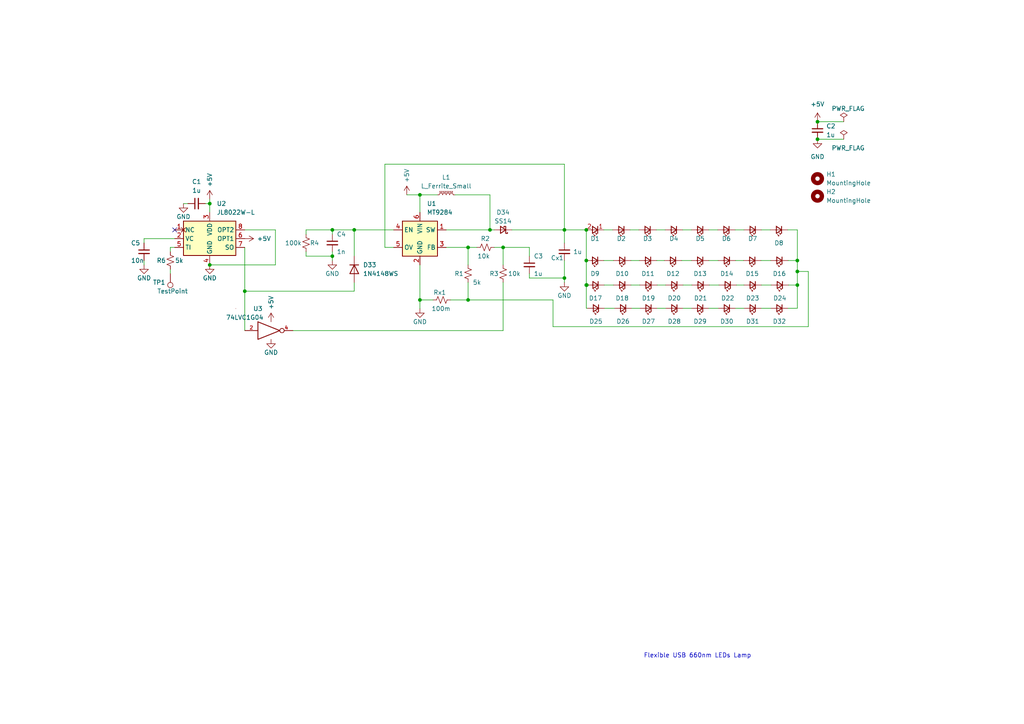
<source format=kicad_sch>
(kicad_sch (version 20211123) (generator eeschema)

  (uuid 11f2a465-38a3-4bb7-b060-d70409dff4e7)

  (paper "A4")

  (lib_symbols
    (symbol "Connector:TestPoint" (pin_numbers hide) (pin_names (offset 0.762) hide) (in_bom yes) (on_board yes)
      (property "Reference" "TP" (id 0) (at 0 6.858 0)
        (effects (font (size 1.27 1.27)))
      )
      (property "Value" "TestPoint" (id 1) (at 0 5.08 0)
        (effects (font (size 1.27 1.27)))
      )
      (property "Footprint" "" (id 2) (at 5.08 0 0)
        (effects (font (size 1.27 1.27)) hide)
      )
      (property "Datasheet" "~" (id 3) (at 5.08 0 0)
        (effects (font (size 1.27 1.27)) hide)
      )
      (property "ki_keywords" "test point tp" (id 4) (at 0 0 0)
        (effects (font (size 1.27 1.27)) hide)
      )
      (property "ki_description" "test point" (id 5) (at 0 0 0)
        (effects (font (size 1.27 1.27)) hide)
      )
      (property "ki_fp_filters" "Pin* Test*" (id 6) (at 0 0 0)
        (effects (font (size 1.27 1.27)) hide)
      )
      (symbol "TestPoint_0_1"
        (circle (center 0 3.302) (radius 0.762)
          (stroke (width 0) (type default) (color 0 0 0 0))
          (fill (type none))
        )
      )
      (symbol "TestPoint_1_1"
        (pin passive line (at 0 0 90) (length 2.54)
          (name "1" (effects (font (size 1.27 1.27))))
          (number "1" (effects (font (size 1.27 1.27))))
        )
      )
    )
    (symbol "Device:C_Small" (pin_numbers hide) (pin_names (offset 0.254) hide) (in_bom yes) (on_board yes)
      (property "Reference" "C" (id 0) (at 0.254 1.778 0)
        (effects (font (size 1.27 1.27)) (justify left))
      )
      (property "Value" "C_Small" (id 1) (at 0.254 -2.032 0)
        (effects (font (size 1.27 1.27)) (justify left))
      )
      (property "Footprint" "" (id 2) (at 0 0 0)
        (effects (font (size 1.27 1.27)) hide)
      )
      (property "Datasheet" "~" (id 3) (at 0 0 0)
        (effects (font (size 1.27 1.27)) hide)
      )
      (property "ki_keywords" "capacitor cap" (id 4) (at 0 0 0)
        (effects (font (size 1.27 1.27)) hide)
      )
      (property "ki_description" "Unpolarized capacitor, small symbol" (id 5) (at 0 0 0)
        (effects (font (size 1.27 1.27)) hide)
      )
      (property "ki_fp_filters" "C_*" (id 6) (at 0 0 0)
        (effects (font (size 1.27 1.27)) hide)
      )
      (symbol "C_Small_0_1"
        (polyline
          (pts
            (xy -1.524 -0.508)
            (xy 1.524 -0.508)
          )
          (stroke (width 0.3302) (type default) (color 0 0 0 0))
          (fill (type none))
        )
        (polyline
          (pts
            (xy -1.524 0.508)
            (xy 1.524 0.508)
          )
          (stroke (width 0.3048) (type default) (color 0 0 0 0))
          (fill (type none))
        )
      )
      (symbol "C_Small_1_1"
        (pin passive line (at 0 2.54 270) (length 2.032)
          (name "~" (effects (font (size 1.27 1.27))))
          (number "1" (effects (font (size 1.27 1.27))))
        )
        (pin passive line (at 0 -2.54 90) (length 2.032)
          (name "~" (effects (font (size 1.27 1.27))))
          (number "2" (effects (font (size 1.27 1.27))))
        )
      )
    )
    (symbol "Device:D_Schottky_Small" (pin_numbers hide) (pin_names (offset 0.254) hide) (in_bom yes) (on_board yes)
      (property "Reference" "D" (id 0) (at -1.27 2.032 0)
        (effects (font (size 1.27 1.27)) (justify left))
      )
      (property "Value" "D_Schottky_Small" (id 1) (at -7.112 -2.032 0)
        (effects (font (size 1.27 1.27)) (justify left))
      )
      (property "Footprint" "" (id 2) (at 0 0 90)
        (effects (font (size 1.27 1.27)) hide)
      )
      (property "Datasheet" "~" (id 3) (at 0 0 90)
        (effects (font (size 1.27 1.27)) hide)
      )
      (property "ki_keywords" "diode Schottky" (id 4) (at 0 0 0)
        (effects (font (size 1.27 1.27)) hide)
      )
      (property "ki_description" "Schottky diode, small symbol" (id 5) (at 0 0 0)
        (effects (font (size 1.27 1.27)) hide)
      )
      (property "ki_fp_filters" "TO-???* *_Diode_* *SingleDiode* D_*" (id 6) (at 0 0 0)
        (effects (font (size 1.27 1.27)) hide)
      )
      (symbol "D_Schottky_Small_0_1"
        (polyline
          (pts
            (xy -0.762 0)
            (xy 0.762 0)
          )
          (stroke (width 0) (type default) (color 0 0 0 0))
          (fill (type none))
        )
        (polyline
          (pts
            (xy 0.762 -1.016)
            (xy -0.762 0)
            (xy 0.762 1.016)
            (xy 0.762 -1.016)
          )
          (stroke (width 0.254) (type default) (color 0 0 0 0))
          (fill (type none))
        )
        (polyline
          (pts
            (xy -1.27 0.762)
            (xy -1.27 1.016)
            (xy -0.762 1.016)
            (xy -0.762 -1.016)
            (xy -0.254 -1.016)
            (xy -0.254 -0.762)
          )
          (stroke (width 0.254) (type default) (color 0 0 0 0))
          (fill (type none))
        )
      )
      (symbol "D_Schottky_Small_1_1"
        (pin passive line (at -2.54 0 0) (length 1.778)
          (name "K" (effects (font (size 1.27 1.27))))
          (number "1" (effects (font (size 1.27 1.27))))
        )
        (pin passive line (at 2.54 0 180) (length 1.778)
          (name "A" (effects (font (size 1.27 1.27))))
          (number "2" (effects (font (size 1.27 1.27))))
        )
      )
    )
    (symbol "Device:LED_Small" (pin_numbers hide) (pin_names (offset 0.254) hide) (in_bom yes) (on_board yes)
      (property "Reference" "D" (id 0) (at -1.27 3.175 0)
        (effects (font (size 1.27 1.27)) (justify left))
      )
      (property "Value" "LED_Small" (id 1) (at -4.445 -2.54 0)
        (effects (font (size 1.27 1.27)) (justify left))
      )
      (property "Footprint" "" (id 2) (at 0 0 90)
        (effects (font (size 1.27 1.27)) hide)
      )
      (property "Datasheet" "~" (id 3) (at 0 0 90)
        (effects (font (size 1.27 1.27)) hide)
      )
      (property "ki_keywords" "LED diode light-emitting-diode" (id 4) (at 0 0 0)
        (effects (font (size 1.27 1.27)) hide)
      )
      (property "ki_description" "Light emitting diode, small symbol" (id 5) (at 0 0 0)
        (effects (font (size 1.27 1.27)) hide)
      )
      (property "ki_fp_filters" "LED* LED_SMD:* LED_THT:*" (id 6) (at 0 0 0)
        (effects (font (size 1.27 1.27)) hide)
      )
      (symbol "LED_Small_0_1"
        (polyline
          (pts
            (xy -0.762 -1.016)
            (xy -0.762 1.016)
          )
          (stroke (width 0.254) (type default) (color 0 0 0 0))
          (fill (type none))
        )
        (polyline
          (pts
            (xy 1.016 0)
            (xy -0.762 0)
          )
          (stroke (width 0) (type default) (color 0 0 0 0))
          (fill (type none))
        )
        (polyline
          (pts
            (xy 0.762 -1.016)
            (xy -0.762 0)
            (xy 0.762 1.016)
            (xy 0.762 -1.016)
          )
          (stroke (width 0.254) (type default) (color 0 0 0 0))
          (fill (type none))
        )
        (polyline
          (pts
            (xy 0 0.762)
            (xy -0.508 1.27)
            (xy -0.254 1.27)
            (xy -0.508 1.27)
            (xy -0.508 1.016)
          )
          (stroke (width 0) (type default) (color 0 0 0 0))
          (fill (type none))
        )
        (polyline
          (pts
            (xy 0.508 1.27)
            (xy 0 1.778)
            (xy 0.254 1.778)
            (xy 0 1.778)
            (xy 0 1.524)
          )
          (stroke (width 0) (type default) (color 0 0 0 0))
          (fill (type none))
        )
      )
      (symbol "LED_Small_1_1"
        (pin passive line (at -2.54 0 0) (length 1.778)
          (name "K" (effects (font (size 1.27 1.27))))
          (number "1" (effects (font (size 1.27 1.27))))
        )
        (pin passive line (at 2.54 0 180) (length 1.778)
          (name "A" (effects (font (size 1.27 1.27))))
          (number "2" (effects (font (size 1.27 1.27))))
        )
      )
    )
    (symbol "Device:L_Ferrite_Small" (pin_numbers hide) (pin_names (offset 0.254) hide) (in_bom yes) (on_board yes)
      (property "Reference" "L" (id 0) (at 1.27 1.016 0)
        (effects (font (size 1.27 1.27)) (justify left))
      )
      (property "Value" "L_Ferrite_Small" (id 1) (at 1.27 -1.27 0)
        (effects (font (size 1.27 1.27)) (justify left))
      )
      (property "Footprint" "" (id 2) (at 0 0 0)
        (effects (font (size 1.27 1.27)) hide)
      )
      (property "Datasheet" "~" (id 3) (at 0 0 0)
        (effects (font (size 1.27 1.27)) hide)
      )
      (property "ki_keywords" "inductor choke coil reactor magnetic" (id 4) (at 0 0 0)
        (effects (font (size 1.27 1.27)) hide)
      )
      (property "ki_description" "Inductor with ferrite core, small symbol" (id 5) (at 0 0 0)
        (effects (font (size 1.27 1.27)) hide)
      )
      (property "ki_fp_filters" "Choke_* *Coil* Inductor_* L_*" (id 6) (at 0 0 0)
        (effects (font (size 1.27 1.27)) hide)
      )
      (symbol "L_Ferrite_Small_0_1"
        (arc (start 0 -2.032) (mid 0.508 -1.524) (end 0 -1.016)
          (stroke (width 0) (type default) (color 0 0 0 0))
          (fill (type none))
        )
        (arc (start 0 -1.016) (mid 0.508 -0.508) (end 0 0)
          (stroke (width 0) (type default) (color 0 0 0 0))
          (fill (type none))
        )
        (polyline
          (pts
            (xy 0.762 -1.905)
            (xy 0.762 -1.651)
          )
          (stroke (width 0) (type default) (color 0 0 0 0))
          (fill (type none))
        )
        (polyline
          (pts
            (xy 0.762 -1.397)
            (xy 0.762 -1.143)
          )
          (stroke (width 0) (type default) (color 0 0 0 0))
          (fill (type none))
        )
        (polyline
          (pts
            (xy 0.762 -0.889)
            (xy 0.762 -0.635)
          )
          (stroke (width 0) (type default) (color 0 0 0 0))
          (fill (type none))
        )
        (polyline
          (pts
            (xy 0.762 -0.381)
            (xy 0.762 -0.127)
          )
          (stroke (width 0) (type default) (color 0 0 0 0))
          (fill (type none))
        )
        (polyline
          (pts
            (xy 0.762 0.127)
            (xy 0.762 0.381)
          )
          (stroke (width 0) (type default) (color 0 0 0 0))
          (fill (type none))
        )
        (polyline
          (pts
            (xy 0.762 0.635)
            (xy 0.762 0.889)
          )
          (stroke (width 0) (type default) (color 0 0 0 0))
          (fill (type none))
        )
        (polyline
          (pts
            (xy 0.762 1.143)
            (xy 0.762 1.397)
          )
          (stroke (width 0) (type default) (color 0 0 0 0))
          (fill (type none))
        )
        (polyline
          (pts
            (xy 0.762 1.651)
            (xy 0.762 1.905)
          )
          (stroke (width 0) (type default) (color 0 0 0 0))
          (fill (type none))
        )
        (polyline
          (pts
            (xy 1.016 -1.651)
            (xy 1.016 -1.905)
          )
          (stroke (width 0) (type default) (color 0 0 0 0))
          (fill (type none))
        )
        (polyline
          (pts
            (xy 1.016 -1.143)
            (xy 1.016 -1.397)
          )
          (stroke (width 0) (type default) (color 0 0 0 0))
          (fill (type none))
        )
        (polyline
          (pts
            (xy 1.016 -0.635)
            (xy 1.016 -0.889)
          )
          (stroke (width 0) (type default) (color 0 0 0 0))
          (fill (type none))
        )
        (polyline
          (pts
            (xy 1.016 -0.127)
            (xy 1.016 -0.381)
          )
          (stroke (width 0) (type default) (color 0 0 0 0))
          (fill (type none))
        )
        (polyline
          (pts
            (xy 1.016 0.381)
            (xy 1.016 0.127)
          )
          (stroke (width 0) (type default) (color 0 0 0 0))
          (fill (type none))
        )
        (polyline
          (pts
            (xy 1.016 0.889)
            (xy 1.016 0.635)
          )
          (stroke (width 0) (type default) (color 0 0 0 0))
          (fill (type none))
        )
        (polyline
          (pts
            (xy 1.016 1.397)
            (xy 1.016 1.143)
          )
          (stroke (width 0) (type default) (color 0 0 0 0))
          (fill (type none))
        )
        (polyline
          (pts
            (xy 1.016 1.905)
            (xy 1.016 1.651)
          )
          (stroke (width 0) (type default) (color 0 0 0 0))
          (fill (type none))
        )
        (arc (start 0 0) (mid 0.508 0.508) (end 0 1.016)
          (stroke (width 0) (type default) (color 0 0 0 0))
          (fill (type none))
        )
        (arc (start 0 1.016) (mid 0.508 1.524) (end 0 2.032)
          (stroke (width 0) (type default) (color 0 0 0 0))
          (fill (type none))
        )
      )
      (symbol "L_Ferrite_Small_1_1"
        (pin passive line (at 0 2.54 270) (length 0.508)
          (name "~" (effects (font (size 1.27 1.27))))
          (number "1" (effects (font (size 1.27 1.27))))
        )
        (pin passive line (at 0 -2.54 90) (length 0.508)
          (name "~" (effects (font (size 1.27 1.27))))
          (number "2" (effects (font (size 1.27 1.27))))
        )
      )
    )
    (symbol "Device:R_Small_US" (pin_numbers hide) (pin_names (offset 0.254) hide) (in_bom yes) (on_board yes)
      (property "Reference" "R" (id 0) (at 0.762 0.508 0)
        (effects (font (size 1.27 1.27)) (justify left))
      )
      (property "Value" "R_Small_US" (id 1) (at 0.762 -1.016 0)
        (effects (font (size 1.27 1.27)) (justify left))
      )
      (property "Footprint" "" (id 2) (at 0 0 0)
        (effects (font (size 1.27 1.27)) hide)
      )
      (property "Datasheet" "~" (id 3) (at 0 0 0)
        (effects (font (size 1.27 1.27)) hide)
      )
      (property "ki_keywords" "r resistor" (id 4) (at 0 0 0)
        (effects (font (size 1.27 1.27)) hide)
      )
      (property "ki_description" "Resistor, small US symbol" (id 5) (at 0 0 0)
        (effects (font (size 1.27 1.27)) hide)
      )
      (property "ki_fp_filters" "R_*" (id 6) (at 0 0 0)
        (effects (font (size 1.27 1.27)) hide)
      )
      (symbol "R_Small_US_1_1"
        (polyline
          (pts
            (xy 0 0)
            (xy 1.016 -0.381)
            (xy 0 -0.762)
            (xy -1.016 -1.143)
            (xy 0 -1.524)
          )
          (stroke (width 0) (type default) (color 0 0 0 0))
          (fill (type none))
        )
        (polyline
          (pts
            (xy 0 1.524)
            (xy 1.016 1.143)
            (xy 0 0.762)
            (xy -1.016 0.381)
            (xy 0 0)
          )
          (stroke (width 0) (type default) (color 0 0 0 0))
          (fill (type none))
        )
        (pin passive line (at 0 2.54 270) (length 1.016)
          (name "~" (effects (font (size 1.27 1.27))))
          (number "1" (effects (font (size 1.27 1.27))))
        )
        (pin passive line (at 0 -2.54 90) (length 1.016)
          (name "~" (effects (font (size 1.27 1.27))))
          (number "2" (effects (font (size 1.27 1.27))))
        )
      )
    )
    (symbol "Diode:1N4148WS" (pin_numbers hide) (pin_names (offset 1.016) hide) (in_bom yes) (on_board yes)
      (property "Reference" "D" (id 0) (at 0 2.54 0)
        (effects (font (size 1.27 1.27)))
      )
      (property "Value" "1N4148WS" (id 1) (at 0 -2.54 0)
        (effects (font (size 1.27 1.27)))
      )
      (property "Footprint" "Diode_SMD:D_SOD-323" (id 2) (at 0 -4.445 0)
        (effects (font (size 1.27 1.27)) hide)
      )
      (property "Datasheet" "https://www.vishay.com/docs/85751/1n4148ws.pdf" (id 3) (at 0 0 0)
        (effects (font (size 1.27 1.27)) hide)
      )
      (property "ki_keywords" "diode" (id 4) (at 0 0 0)
        (effects (font (size 1.27 1.27)) hide)
      )
      (property "ki_description" "75V 0.15A Fast switching Diode, SOD-323" (id 5) (at 0 0 0)
        (effects (font (size 1.27 1.27)) hide)
      )
      (property "ki_fp_filters" "D*SOD?323*" (id 6) (at 0 0 0)
        (effects (font (size 1.27 1.27)) hide)
      )
      (symbol "1N4148WS_0_1"
        (polyline
          (pts
            (xy -1.27 1.27)
            (xy -1.27 -1.27)
          )
          (stroke (width 0.254) (type default) (color 0 0 0 0))
          (fill (type none))
        )
        (polyline
          (pts
            (xy 1.27 0)
            (xy -1.27 0)
          )
          (stroke (width 0) (type default) (color 0 0 0 0))
          (fill (type none))
        )
        (polyline
          (pts
            (xy 1.27 1.27)
            (xy 1.27 -1.27)
            (xy -1.27 0)
            (xy 1.27 1.27)
          )
          (stroke (width 0.254) (type default) (color 0 0 0 0))
          (fill (type none))
        )
      )
      (symbol "1N4148WS_1_1"
        (pin passive line (at -3.81 0 0) (length 2.54)
          (name "K" (effects (font (size 1.27 1.27))))
          (number "1" (effects (font (size 1.27 1.27))))
        )
        (pin passive line (at 3.81 0 180) (length 2.54)
          (name "A" (effects (font (size 1.27 1.27))))
          (number "2" (effects (font (size 1.27 1.27))))
        )
      )
    )
    (symbol "LED_Small_1" (pin_names (offset 0.254) hide) (in_bom yes) (on_board yes)
      (property "Reference" "D" (id 0) (at -1.27 3.175 0)
        (effects (font (size 1.27 1.27)) (justify left))
      )
      (property "Value" "LED_Small_1" (id 1) (at -4.445 -2.54 0)
        (effects (font (size 1.27 1.27)) (justify left))
      )
      (property "Footprint" "" (id 2) (at 0 0 90)
        (effects (font (size 1.27 1.27)) hide)
      )
      (property "Datasheet" "~" (id 3) (at 0 0 90)
        (effects (font (size 1.27 1.27)) hide)
      )
      (property "ki_keywords" "LED diode light-emitting-diode" (id 4) (at 0 0 0)
        (effects (font (size 1.27 1.27)) hide)
      )
      (property "ki_description" "Light emitting diode, small symbol" (id 5) (at 0 0 0)
        (effects (font (size 1.27 1.27)) hide)
      )
      (property "ki_fp_filters" "LED* LED_SMD:* LED_THT:*" (id 6) (at 0 0 0)
        (effects (font (size 1.27 1.27)) hide)
      )
      (symbol "LED_Small_1_0_1"
        (polyline
          (pts
            (xy -0.762 -1.016)
            (xy -0.762 1.016)
          )
          (stroke (width 0.254) (type default) (color 0 0 0 0))
          (fill (type none))
        )
        (polyline
          (pts
            (xy 1.016 0)
            (xy -0.762 0)
          )
          (stroke (width 0) (type default) (color 0 0 0 0))
          (fill (type none))
        )
        (polyline
          (pts
            (xy 0.762 -1.016)
            (xy -0.762 0)
            (xy 0.762 1.016)
            (xy 0.762 -1.016)
          )
          (stroke (width 0.254) (type default) (color 0 0 0 0))
          (fill (type none))
        )
        (polyline
          (pts
            (xy 0 0.762)
            (xy -0.508 1.27)
            (xy -0.254 1.27)
            (xy -0.508 1.27)
            (xy -0.508 1.016)
          )
          (stroke (width 0) (type default) (color 0 0 0 0))
          (fill (type none))
        )
        (polyline
          (pts
            (xy 0.508 1.27)
            (xy 0 1.778)
            (xy 0.254 1.778)
            (xy 0 1.778)
            (xy 0 1.524)
          )
          (stroke (width 0) (type default) (color 0 0 0 0))
          (fill (type none))
        )
      )
      (symbol "LED_Small_1_1_1"
        (pin passive line (at -2.54 0 0) (length 1.778)
          (name "K" (effects (font (size 1.27 1.27))))
          (number "1" (effects (font (size 1.27 1.27))))
        )
        (pin passive line (at 2.54 0 180) (length 1.778)
          (name "A" (effects (font (size 1.27 1.27))))
          (number "2" (effects (font (size 1.27 1.27))))
        )
      )
    )
    (symbol "MT9284_1" (in_bom yes) (on_board yes)
      (property "Reference" "U" (id 0) (at 2.1844 9.144 0)
        (effects (font (size 1.27 1.27)))
      )
      (property "Value" "MT9284_1" (id 1) (at 4.8768 6.9088 0)
        (effects (font (size 1.27 1.27)))
      )
      (property "Footprint" "Package_TO_SOT_SMD:SOT-23-6" (id 2) (at 0 0 0)
        (effects (font (size 1.27 1.27)) hide)
      )
      (property "Datasheet" "https://datasheet.lcsc.com/szlcsc/1806041028_XI-AN-Aerosemi-Tech-MT9284-28J_C181780.pdf" (id 3) (at 0.0508 11.0744 0)
        (effects (font (size 1.27 1.27)) hide)
      )
      (property "ki_keywords" "LED driver single" (id 4) (at 0 0 0)
        (effects (font (size 1.27 1.27)) hide)
      )
      (property "ki_description" "1.2MHz, High Efficiency Boost White LED Driver" (id 5) (at 0 0 0)
        (effects (font (size 1.27 1.27)) hide)
      )
      (symbol "MT9284_1_0_1"
        (rectangle (start 5.08 -5.08) (end -5.08 5.08)
          (stroke (width 0.254) (type default) (color 0 0 0 0))
          (fill (type background))
        )
      )
      (symbol "MT9284_1_1_1"
        (pin open_collector line (at 7.62 2.54 180) (length 2.54)
          (name "SW" (effects (font (size 1.27 1.27))))
          (number "1" (effects (font (size 1.27 1.27))))
        )
        (pin power_in line (at 0 -7.62 90) (length 2.54)
          (name "GND" (effects (font (size 1.27 1.27))))
          (number "2" (effects (font (size 1.27 1.27))))
        )
        (pin input line (at 7.62 -2.54 180) (length 2.54)
          (name "FB" (effects (font (size 1.27 1.27))))
          (number "3" (effects (font (size 1.27 1.27))))
        )
        (pin input line (at -7.62 2.54 0) (length 2.54)
          (name "EN" (effects (font (size 1.27 1.27))))
          (number "4" (effects (font (size 1.27 1.27))))
        )
        (pin input line (at -7.62 -2.54 0) (length 2.54)
          (name "OV" (effects (font (size 1.27 1.27))))
          (number "5" (effects (font (size 1.27 1.27))))
        )
        (pin power_in line (at 0 7.62 270) (length 2.54)
          (name "VIN" (effects (font (size 1.27 1.27))))
          (number "6" (effects (font (size 1.27 1.27))))
        )
      )
    )
    (symbol "Mechanical:MountingHole" (pin_names (offset 1.016)) (in_bom yes) (on_board yes)
      (property "Reference" "H" (id 0) (at 0 5.08 0)
        (effects (font (size 1.27 1.27)))
      )
      (property "Value" "MountingHole" (id 1) (at 0 3.175 0)
        (effects (font (size 1.27 1.27)))
      )
      (property "Footprint" "" (id 2) (at 0 0 0)
        (effects (font (size 1.27 1.27)) hide)
      )
      (property "Datasheet" "~" (id 3) (at 0 0 0)
        (effects (font (size 1.27 1.27)) hide)
      )
      (property "ki_keywords" "mounting hole" (id 4) (at 0 0 0)
        (effects (font (size 1.27 1.27)) hide)
      )
      (property "ki_description" "Mounting Hole without connection" (id 5) (at 0 0 0)
        (effects (font (size 1.27 1.27)) hide)
      )
      (property "ki_fp_filters" "MountingHole*" (id 6) (at 0 0 0)
        (effects (font (size 1.27 1.27)) hide)
      )
      (symbol "MountingHole_0_1"
        (circle (center 0 0) (radius 1.27)
          (stroke (width 1.27) (type default) (color 0 0 0 0))
          (fill (type none))
        )
      )
    )
    (symbol "USB_LED_Lib:74LVC1G04" (pin_names (offset 1.016)) (in_bom yes) (on_board yes)
      (property "Reference" "U" (id 0) (at -2.54 3.81 0)
        (effects (font (size 1.27 1.27)))
      )
      (property "Value" "74LVC1G04" (id 1) (at 0 -3.81 0)
        (effects (font (size 1.27 1.27)))
      )
      (property "Footprint" "" (id 2) (at 0 0 0)
        (effects (font (size 1.27 1.27)) hide)
      )
      (property "Datasheet" "http://www.ti.com/lit/sg/scyt129e/scyt129e.pdf" (id 3) (at 0 0 0)
        (effects (font (size 1.27 1.27)) hide)
      )
      (property "ki_keywords" "Single Gate NOT LVC CMOS" (id 4) (at 0 0 0)
        (effects (font (size 1.27 1.27)) hide)
      )
      (property "ki_description" "Single NOT Gate, Low-Voltage CMOS" (id 5) (at 0 0 0)
        (effects (font (size 1.27 1.27)) hide)
      )
      (property "ki_fp_filters" "SOT* SG-*" (id 6) (at 0 0 0)
        (effects (font (size 1.27 1.27)) hide)
      )
      (symbol "74LVC1G04_0_0"
        (pin no_connect line (at -6.35 2.286 0) (length 2.54) hide
          (name "~" (effects (font (size 1.27 1.27))))
          (number "1" (effects (font (size 1.27 1.27))))
        )
      )
      (symbol "74LVC1G04_0_1"
        (polyline
          (pts
            (xy -3.81 2.54)
            (xy -3.81 -2.54)
            (xy 2.54 0)
            (xy -3.81 2.54)
          )
          (stroke (width 0.254) (type default) (color 0 0 0 0))
          (fill (type none))
        )
      )
      (symbol "74LVC1G04_1_1"
        (pin input line (at -7.62 0 0) (length 3.81)
          (name "~" (effects (font (size 1.016 1.016))))
          (number "2" (effects (font (size 1.016 1.016))))
        )
        (pin power_in line (at 0 -2.54 270) (length 0) hide
          (name "GND" (effects (font (size 1.016 1.016))))
          (number "3" (effects (font (size 1.016 1.016))))
        )
        (pin output inverted (at 6.35 0 180) (length 3.81)
          (name "~" (effects (font (size 1.016 1.016))))
          (number "4" (effects (font (size 1.016 1.016))))
        )
        (pin power_in line (at 0 2.54 90) (length 0) hide
          (name "VCC" (effects (font (size 1.016 1.016))))
          (number "5" (effects (font (size 1.016 1.016))))
        )
      )
    )
    (symbol "USB_LED_Lib:JL8022W-L" (in_bom yes) (on_board yes)
      (property "Reference" "U" (id 0) (at 1.524 8.636 0)
        (effects (font (size 1.27 1.27)))
      )
      (property "Value" "JL8022W-L" (id 1) (at 6.604 6.604 0)
        (effects (font (size 1.27 1.27)))
      )
      (property "Footprint" "Package_SO:SOIC-8_3.9x4.9mm_P1.27mm" (id 2) (at 0.762 11.43 0)
        (effects (font (size 1.27 1.27)) hide)
      )
      (property "Datasheet" "https://item.taobao.com/item.htm?id=573390368273" (id 3) (at 0.254 13.208 0)
        (effects (font (size 1.27 1.27)) hide)
      )
      (symbol "JL8022W-L_0_1"
        (rectangle (start -7.62 5.08) (end 7.5692 -4.8768)
          (stroke (width 0.254) (type default) (color 0 0 0 0))
          (fill (type background))
        )
        (rectangle (start 7.5692 -20.2692) (end 7.5692 -20.2692)
          (stroke (width 0) (type default) (color 0 0 0 0))
          (fill (type none))
        )
      )
      (symbol "JL8022W-L_1_1"
        (pin passive non_logic (at -10.16 2.54 0) (length 2.54)
          (name "NC" (effects (font (size 1.27 1.27))))
          (number "1" (effects (font (size 1.27 1.27))))
        )
        (pin input line (at -10.16 0 0) (length 2.54)
          (name "VC" (effects (font (size 1.27 1.27))))
          (number "2" (effects (font (size 1.27 1.27))))
        )
        (pin power_in line (at 0 7.62 270) (length 2.54)
          (name "VDD" (effects (font (size 1.27 1.27))))
          (number "3" (effects (font (size 1.27 1.27))))
        )
        (pin power_in line (at 0 -7.62 90) (length 2.54)
          (name "GND" (effects (font (size 1.27 1.27))))
          (number "4" (effects (font (size 1.27 1.27))))
        )
        (pin input line (at -10.16 -2.54 0) (length 2.54)
          (name "TI" (effects (font (size 1.27 1.27))))
          (number "5" (effects (font (size 1.27 1.27))))
        )
        (pin input line (at 10.16 0 180) (length 2.54)
          (name "OPT1" (effects (font (size 1.27 1.27))))
          (number "6" (effects (font (size 1.27 1.27))))
        )
        (pin output line (at 10.16 -2.54 180) (length 2.54)
          (name "SO" (effects (font (size 1.27 1.27))))
          (number "7" (effects (font (size 1.27 1.27))))
        )
        (pin input line (at 10.16 2.54 180) (length 2.54)
          (name "OPT2" (effects (font (size 1.27 1.27))))
          (number "8" (effects (font (size 1.27 1.27))))
        )
      )
    )
    (symbol "power:+5V" (power) (pin_names (offset 0)) (in_bom yes) (on_board yes)
      (property "Reference" "#PWR" (id 0) (at 0 -3.81 0)
        (effects (font (size 1.27 1.27)) hide)
      )
      (property "Value" "+5V" (id 1) (at 0 3.556 0)
        (effects (font (size 1.27 1.27)))
      )
      (property "Footprint" "" (id 2) (at 0 0 0)
        (effects (font (size 1.27 1.27)) hide)
      )
      (property "Datasheet" "" (id 3) (at 0 0 0)
        (effects (font (size 1.27 1.27)) hide)
      )
      (property "ki_keywords" "power-flag" (id 4) (at 0 0 0)
        (effects (font (size 1.27 1.27)) hide)
      )
      (property "ki_description" "Power symbol creates a global label with name \"+5V\"" (id 5) (at 0 0 0)
        (effects (font (size 1.27 1.27)) hide)
      )
      (symbol "+5V_0_1"
        (polyline
          (pts
            (xy -0.762 1.27)
            (xy 0 2.54)
          )
          (stroke (width 0) (type default) (color 0 0 0 0))
          (fill (type none))
        )
        (polyline
          (pts
            (xy 0 0)
            (xy 0 2.54)
          )
          (stroke (width 0) (type default) (color 0 0 0 0))
          (fill (type none))
        )
        (polyline
          (pts
            (xy 0 2.54)
            (xy 0.762 1.27)
          )
          (stroke (width 0) (type default) (color 0 0 0 0))
          (fill (type none))
        )
      )
      (symbol "+5V_1_1"
        (pin power_in line (at 0 0 90) (length 0) hide
          (name "+5V" (effects (font (size 1.27 1.27))))
          (number "1" (effects (font (size 1.27 1.27))))
        )
      )
    )
    (symbol "power:GND" (power) (pin_names (offset 0)) (in_bom yes) (on_board yes)
      (property "Reference" "#PWR" (id 0) (at 0 -6.35 0)
        (effects (font (size 1.27 1.27)) hide)
      )
      (property "Value" "GND" (id 1) (at 0 -3.81 0)
        (effects (font (size 1.27 1.27)))
      )
      (property "Footprint" "" (id 2) (at 0 0 0)
        (effects (font (size 1.27 1.27)) hide)
      )
      (property "Datasheet" "" (id 3) (at 0 0 0)
        (effects (font (size 1.27 1.27)) hide)
      )
      (property "ki_keywords" "power-flag" (id 4) (at 0 0 0)
        (effects (font (size 1.27 1.27)) hide)
      )
      (property "ki_description" "Power symbol creates a global label with name \"GND\" , ground" (id 5) (at 0 0 0)
        (effects (font (size 1.27 1.27)) hide)
      )
      (symbol "GND_0_1"
        (polyline
          (pts
            (xy 0 0)
            (xy 0 -1.27)
            (xy 1.27 -1.27)
            (xy 0 -2.54)
            (xy -1.27 -1.27)
            (xy 0 -1.27)
          )
          (stroke (width 0) (type default) (color 0 0 0 0))
          (fill (type none))
        )
      )
      (symbol "GND_1_1"
        (pin power_in line (at 0 0 270) (length 0) hide
          (name "GND" (effects (font (size 1.27 1.27))))
          (number "1" (effects (font (size 1.27 1.27))))
        )
      )
    )
    (symbol "power:PWR_FLAG" (power) (pin_numbers hide) (pin_names (offset 0) hide) (in_bom yes) (on_board yes)
      (property "Reference" "#FLG" (id 0) (at 0 1.905 0)
        (effects (font (size 1.27 1.27)) hide)
      )
      (property "Value" "PWR_FLAG" (id 1) (at 0 3.81 0)
        (effects (font (size 1.27 1.27)))
      )
      (property "Footprint" "" (id 2) (at 0 0 0)
        (effects (font (size 1.27 1.27)) hide)
      )
      (property "Datasheet" "~" (id 3) (at 0 0 0)
        (effects (font (size 1.27 1.27)) hide)
      )
      (property "ki_keywords" "power-flag" (id 4) (at 0 0 0)
        (effects (font (size 1.27 1.27)) hide)
      )
      (property "ki_description" "Special symbol for telling ERC where power comes from" (id 5) (at 0 0 0)
        (effects (font (size 1.27 1.27)) hide)
      )
      (symbol "PWR_FLAG_0_0"
        (pin power_out line (at 0 0 90) (length 0)
          (name "pwr" (effects (font (size 1.27 1.27))))
          (number "1" (effects (font (size 1.27 1.27))))
        )
      )
      (symbol "PWR_FLAG_0_1"
        (polyline
          (pts
            (xy 0 0)
            (xy 0 1.27)
            (xy -1.016 1.905)
            (xy 0 2.54)
            (xy 1.016 1.905)
            (xy 0 1.27)
          )
          (stroke (width 0) (type default) (color 0 0 0 0))
          (fill (type none))
        )
      )
    )
  )

  (junction (at 163.703 80.645) (diameter 0) (color 0 0 0 0)
    (uuid 01d5e6c5-9044-400c-861c-1d90c2039009)
  )
  (junction (at 135.763 71.755) (diameter 0) (color 0 0 0 0)
    (uuid 052ee389-8abc-442e-bc72-44279a85513a)
  )
  (junction (at 170.18 82.677) (diameter 0) (color 0 0 0 0)
    (uuid 1edc16db-f5dc-4213-ab74-794473867cff)
  )
  (junction (at 121.793 56.515) (diameter 0) (color 0 0 0 0)
    (uuid 330763dd-5ff8-40d5-ac56-4e9e6a6502cb)
  )
  (junction (at 60.833 59.055) (diameter 0) (color 0 0 0 0)
    (uuid 357eda71-256f-4fd3-ab7a-df879d50f864)
  )
  (junction (at 70.993 84.455) (diameter 0) (color 0 0 0 0)
    (uuid 40e66246-e845-4db4-8989-49d1ea21fe9f)
  )
  (junction (at 142.113 66.675) (diameter 0) (color 0 0 0 0)
    (uuid 44f2c353-547d-4e23-b65a-b88edafe9c64)
  )
  (junction (at 145.923 71.755) (diameter 0) (color 0 0 0 0)
    (uuid 4a412e7a-ffe1-490f-944a-b255a50f2207)
  )
  (junction (at 163.703 66.675) (diameter 0) (color 0 0 0 0)
    (uuid 4c18db71-d379-465e-b909-cfa0f53e3e0f)
  )
  (junction (at 170.053 82.677) (diameter 0) (color 0 0 0 0)
    (uuid 6201b0d5-43d4-46bc-a6c0-7b9b8faa38ab)
  )
  (junction (at 60.833 76.835) (diameter 0) (color 0 0 0 0)
    (uuid 69a936ca-6cc1-424a-a0a8-b89a7132fa96)
  )
  (junction (at 237.109 35.306) (diameter 0) (color 0 0 0 0)
    (uuid 6eff4b14-3ffc-4720-a64f-9061e250fef8)
  )
  (junction (at 96.393 74.295) (diameter 0) (color 0 0 0 0)
    (uuid 72a2c435-f87b-4c19-ad76-ce18ca23529d)
  )
  (junction (at 96.393 66.675) (diameter 0) (color 0 0 0 0)
    (uuid 8099b398-de4f-49ab-bac6-25769a52e0f9)
  )
  (junction (at 231.267 82.677) (diameter 0) (color 0 0 0 0)
    (uuid 9862ac9e-4631-4edc-8187-3523431feb8f)
  )
  (junction (at 135.763 86.995) (diameter 0) (color 0 0 0 0)
    (uuid ad334fad-8271-44a6-9ba5-5e906e8d0f15)
  )
  (junction (at 102.743 66.675) (diameter 0) (color 0 0 0 0)
    (uuid c17701f2-7f86-4d91-8f1c-4f5a4efada95)
  )
  (junction (at 170.053 66.675) (diameter 0) (color 0 0 0 0)
    (uuid c1c1db97-35a0-431e-b5ca-465f0835614c)
  )
  (junction (at 170.053 75.565) (diameter 0) (color 0 0 0 0)
    (uuid c2a70675-7a99-4109-ad1c-966b2f7b5d0b)
  )
  (junction (at 237.109 40.386) (diameter 0) (color 0 0 0 0)
    (uuid c45676fd-85cc-4081-b2cd-fe866a3c8778)
  )
  (junction (at 231.267 75.565) (diameter 0) (color 0 0 0 0)
    (uuid e24ec95e-1cc2-4979-970d-423d516d3e22)
  )
  (junction (at 121.793 86.995) (diameter 0) (color 0 0 0 0)
    (uuid e8980d7c-68ca-42c1-9248-2148938df987)
  )
  (junction (at 231.267 78.74) (diameter 0) (color 0 0 0 0)
    (uuid f4696f5a-d4e9-4fa1-a821-ba1cda1e033f)
  )

  (no_connect (at 50.673 66.675) (uuid 84e14d1d-cc2e-4d99-ae90-8240af0ef565))

  (wire (pts (xy 163.703 80.645) (xy 163.703 75.565))
    (stroke (width 0) (type default) (color 0 0 0 0))
    (uuid 00785972-6f75-4ec5-b02f-eafe655a12b3)
  )
  (wire (pts (xy 205.613 66.675) (xy 208.153 66.675))
    (stroke (width 0) (type default) (color 0 0 0 0))
    (uuid 00db97db-9378-4d15-9902-90482ad35f15)
  )
  (wire (pts (xy 234.442 78.74) (xy 234.442 94.742))
    (stroke (width 0) (type default) (color 0 0 0 0))
    (uuid 02e359f4-75cf-4f85-a116-237db5f340c4)
  )
  (wire (pts (xy 220.853 82.677) (xy 223.647 82.677))
    (stroke (width 0) (type default) (color 0 0 0 0))
    (uuid 03ffed23-98d6-485a-8308-d53e78d6d5e5)
  )
  (wire (pts (xy 190.627 89.408) (xy 193.04 89.408))
    (stroke (width 0) (type default) (color 0 0 0 0))
    (uuid 04997d24-c30b-466a-842f-ca6d38da4d8d)
  )
  (wire (pts (xy 153.543 71.755) (xy 153.543 74.295))
    (stroke (width 0) (type default) (color 0 0 0 0))
    (uuid 04aebcfb-1506-47d4-941b-7d6e9514d1d9)
  )
  (wire (pts (xy 60.833 59.055) (xy 60.833 61.595))
    (stroke (width 0) (type default) (color 0 0 0 0))
    (uuid 05c6d904-530b-4811-ba7b-c05a40799bce)
  )
  (wire (pts (xy 231.267 89.408) (xy 228.6 89.408))
    (stroke (width 0) (type default) (color 0 0 0 0))
    (uuid 05ccfba8-c409-4457-b087-17b040eef833)
  )
  (wire (pts (xy 88.773 73.025) (xy 88.773 74.295))
    (stroke (width 0) (type default) (color 0 0 0 0))
    (uuid 06c82863-11b0-458a-9fef-f4cdea7175a9)
  )
  (wire (pts (xy 182.753 66.675) (xy 185.293 66.675))
    (stroke (width 0) (type default) (color 0 0 0 0))
    (uuid 07092fc7-833d-444f-9e29-e09a22cd974c)
  )
  (wire (pts (xy 111.633 71.755) (xy 114.173 71.755))
    (stroke (width 0) (type default) (color 0 0 0 0))
    (uuid 1297bb72-7501-4dc7-893d-e2af30fe48c1)
  )
  (wire (pts (xy 121.793 56.515) (xy 126.873 56.515))
    (stroke (width 0) (type default) (color 0 0 0 0))
    (uuid 13061d75-5c35-47e5-8c34-cd5e0dba9380)
  )
  (wire (pts (xy 163.703 47.625) (xy 163.703 66.675))
    (stroke (width 0) (type default) (color 0 0 0 0))
    (uuid 1467764f-30fe-4017-84fb-bc2fc9c63579)
  )
  (wire (pts (xy 231.267 82.677) (xy 231.267 89.408))
    (stroke (width 0) (type default) (color 0 0 0 0))
    (uuid 1a8e1f71-33f8-43d9-9404-c1bfa4700db9)
  )
  (wire (pts (xy 60.833 76.835) (xy 79.883 76.835))
    (stroke (width 0) (type default) (color 0 0 0 0))
    (uuid 1a8ed2a9-7cb2-44a8-80cd-1b5ff36dfcfb)
  )
  (wire (pts (xy 96.393 74.295) (xy 96.393 75.565))
    (stroke (width 0) (type default) (color 0 0 0 0))
    (uuid 1a9e62a4-45a2-47fc-bb10-d151649e55b6)
  )
  (wire (pts (xy 102.743 66.675) (xy 96.393 66.675))
    (stroke (width 0) (type default) (color 0 0 0 0))
    (uuid 1c395082-dada-41e0-825e-e7d7861bb8cc)
  )
  (wire (pts (xy 213.233 66.675) (xy 215.773 66.675))
    (stroke (width 0) (type default) (color 0 0 0 0))
    (uuid 1c8ead3b-bb63-4dcc-8f2b-5506ea7f5eb3)
  )
  (wire (pts (xy 213.36 75.565) (xy 215.646 75.565))
    (stroke (width 0) (type default) (color 0 0 0 0))
    (uuid 1cef3b85-ac49-4d7c-8b0e-9555d63565ae)
  )
  (wire (pts (xy 228.6 75.565) (xy 231.267 75.565))
    (stroke (width 0) (type default) (color 0 0 0 0))
    (uuid 1f7d852d-d2b6-4e15-bc95-689ea77df186)
  )
  (wire (pts (xy 50.673 71.755) (xy 49.403 71.755))
    (stroke (width 0) (type default) (color 0 0 0 0))
    (uuid 1fcef1a0-9c80-4172-9f98-1386674549b3)
  )
  (wire (pts (xy 205.74 82.677) (xy 208.534 82.677))
    (stroke (width 0) (type default) (color 0 0 0 0))
    (uuid 2184f4c8-68d7-464d-a518-3d8a262af98a)
  )
  (wire (pts (xy 70.993 71.755) (xy 70.993 84.455))
    (stroke (width 0) (type default) (color 0 0 0 0))
    (uuid 22830cd2-99a9-4cd4-901b-b29465547bcb)
  )
  (wire (pts (xy 145.923 71.755) (xy 145.923 76.835))
    (stroke (width 0) (type default) (color 0 0 0 0))
    (uuid 228a48da-ff3a-489c-8f14-3bc7e422122b)
  )
  (wire (pts (xy 175.26 82.677) (xy 177.927 82.677))
    (stroke (width 0) (type default) (color 0 0 0 0))
    (uuid 22e10c19-4ebe-4302-9451-ebbf3536bcc1)
  )
  (wire (pts (xy 213.36 89.408) (xy 215.773 89.408))
    (stroke (width 0) (type default) (color 0 0 0 0))
    (uuid 233cdcc9-3d48-4008-a8cc-db1167d6c17a)
  )
  (wire (pts (xy 197.993 66.675) (xy 200.533 66.675))
    (stroke (width 0) (type default) (color 0 0 0 0))
    (uuid 23b97c89-5421-49ad-91d5-5a20ae0b280c)
  )
  (wire (pts (xy 53.213 59.055) (xy 54.483 59.055))
    (stroke (width 0) (type default) (color 0 0 0 0))
    (uuid 25fa6232-db33-409a-b71b-d2c3a9d73913)
  )
  (wire (pts (xy 234.442 94.742) (xy 160.401 94.742))
    (stroke (width 0) (type default) (color 0 0 0 0))
    (uuid 27a0d207-a2cf-472b-a2bf-05b5452bc6a0)
  )
  (wire (pts (xy 170.053 82.677) (xy 170.053 89.408))
    (stroke (width 0) (type default) (color 0 0 0 0))
    (uuid 33260c8d-126d-4a7e-a13e-cdbda1f0ce83)
  )
  (wire (pts (xy 148.463 66.675) (xy 163.703 66.675))
    (stroke (width 0) (type default) (color 0 0 0 0))
    (uuid 35f07676-fa07-43da-940a-57eb3c9b9d16)
  )
  (wire (pts (xy 102.743 66.675) (xy 114.173 66.675))
    (stroke (width 0) (type default) (color 0 0 0 0))
    (uuid 36c1fc62-c3c6-44e0-aa05-4aa7770580aa)
  )
  (wire (pts (xy 197.739 75.565) (xy 200.533 75.565))
    (stroke (width 0) (type default) (color 0 0 0 0))
    (uuid 4256dae7-786c-4a19-921f-1c208224a3f8)
  )
  (wire (pts (xy 129.413 71.755) (xy 135.763 71.755))
    (stroke (width 0) (type default) (color 0 0 0 0))
    (uuid 461eed56-9660-4dbb-b4d2-d9eb75b8e06c)
  )
  (wire (pts (xy 135.763 71.755) (xy 135.763 76.835))
    (stroke (width 0) (type default) (color 0 0 0 0))
    (uuid 4cccbcaa-ef9e-469f-9549-6a6d87421d85)
  )
  (wire (pts (xy 220.853 89.408) (xy 223.52 89.408))
    (stroke (width 0) (type default) (color 0 0 0 0))
    (uuid 54161cb9-7ff3-4d27-b85a-e22e43f155a5)
  )
  (wire (pts (xy 145.923 71.755) (xy 153.543 71.755))
    (stroke (width 0) (type default) (color 0 0 0 0))
    (uuid 546fb6b1-19db-4807-8201-6413a666e3c5)
  )
  (wire (pts (xy 142.113 66.675) (xy 143.383 66.675))
    (stroke (width 0) (type default) (color 0 0 0 0))
    (uuid 54b695e0-391b-4ae7-ab80-8d5182a29942)
  )
  (wire (pts (xy 135.763 71.755) (xy 138.303 71.755))
    (stroke (width 0) (type default) (color 0 0 0 0))
    (uuid 570fa497-4108-4889-8319-5f50a0655e82)
  )
  (wire (pts (xy 102.743 74.295) (xy 102.743 66.675))
    (stroke (width 0) (type default) (color 0 0 0 0))
    (uuid 5fe6130c-c8b9-4d13-b3f1-d8ec128c76b8)
  )
  (wire (pts (xy 41.783 69.215) (xy 50.673 69.215))
    (stroke (width 0) (type default) (color 0 0 0 0))
    (uuid 635794a4-746d-41d6-8258-10423baaecf5)
  )
  (wire (pts (xy 49.403 71.755) (xy 49.403 73.025))
    (stroke (width 0) (type default) (color 0 0 0 0))
    (uuid 6398c667-280c-4cb3-b12f-72615c02d0ba)
  )
  (wire (pts (xy 102.743 84.455) (xy 70.993 84.455))
    (stroke (width 0) (type default) (color 0 0 0 0))
    (uuid 63d1b857-3573-4391-acc4-1081aa2ecb8c)
  )
  (wire (pts (xy 244.729 35.306) (xy 237.109 35.306))
    (stroke (width 0) (type default) (color 0 0 0 0))
    (uuid 67bd48a2-1d8d-4c63-ae94-f83baa48ceab)
  )
  (wire (pts (xy 237.109 40.386) (xy 244.729 40.386))
    (stroke (width 0) (type default) (color 0 0 0 0))
    (uuid 698c0564-a615-4099-99c7-4b0ac76b5ad5)
  )
  (wire (pts (xy 41.783 76.835) (xy 41.783 75.565))
    (stroke (width 0) (type default) (color 0 0 0 0))
    (uuid 69cdbb4c-e28b-4b08-bb55-8817940995d8)
  )
  (wire (pts (xy 121.793 86.995) (xy 125.603 86.995))
    (stroke (width 0) (type default) (color 0 0 0 0))
    (uuid 6b1ac663-5fb5-4708-87db-2a55c30a8a37)
  )
  (wire (pts (xy 49.403 78.105) (xy 49.403 79.375))
    (stroke (width 0) (type default) (color 0 0 0 0))
    (uuid 6b381397-96c1-453c-a5d4-2fd4e740328a)
  )
  (wire (pts (xy 153.543 80.645) (xy 163.703 80.645))
    (stroke (width 0) (type default) (color 0 0 0 0))
    (uuid 6f03f770-acdc-4729-8cbd-5871b56f5e45)
  )
  (wire (pts (xy 130.683 86.995) (xy 135.763 86.995))
    (stroke (width 0) (type default) (color 0 0 0 0))
    (uuid 7010e8d8-138b-4ab7-a34e-f7e188a0b5e6)
  )
  (wire (pts (xy 143.383 71.755) (xy 145.923 71.755))
    (stroke (width 0) (type default) (color 0 0 0 0))
    (uuid 752fddd9-e282-4940-ac71-0f373c91837e)
  )
  (wire (pts (xy 111.633 47.625) (xy 163.703 47.625))
    (stroke (width 0) (type default) (color 0 0 0 0))
    (uuid 7569762d-a5fc-4798-9424-39880e7860da)
  )
  (wire (pts (xy 121.793 56.515) (xy 121.793 61.595))
    (stroke (width 0) (type default) (color 0 0 0 0))
    (uuid 761b5435-a03e-454b-ad88-03ee9f11f90f)
  )
  (wire (pts (xy 170.053 66.675) (xy 170.053 75.565))
    (stroke (width 0) (type default) (color 0 0 0 0))
    (uuid 780ab4de-bc06-4b01-80c0-0aa8796dbb51)
  )
  (wire (pts (xy 163.703 66.675) (xy 163.703 70.485))
    (stroke (width 0) (type default) (color 0 0 0 0))
    (uuid 78332b14-a842-4fec-b97f-f811d5b2a483)
  )
  (wire (pts (xy 231.267 66.675) (xy 231.267 75.565))
    (stroke (width 0) (type default) (color 0 0 0 0))
    (uuid 7bbe392e-0fe9-4780-9c2a-4ff352249a93)
  )
  (wire (pts (xy 231.267 78.74) (xy 234.442 78.74))
    (stroke (width 0) (type default) (color 0 0 0 0))
    (uuid 7c6ce466-f298-4f15-a5c7-771c8900dbba)
  )
  (wire (pts (xy 163.703 81.915) (xy 163.703 80.645))
    (stroke (width 0) (type default) (color 0 0 0 0))
    (uuid 7dc435f5-8e43-4cc2-9601-c14588729a60)
  )
  (wire (pts (xy 213.614 82.677) (xy 215.773 82.677))
    (stroke (width 0) (type default) (color 0 0 0 0))
    (uuid 7ff6cb53-78a9-4511-849e-bc8672f7cd63)
  )
  (wire (pts (xy 198.12 82.677) (xy 200.66 82.677))
    (stroke (width 0) (type default) (color 0 0 0 0))
    (uuid 872c0ccf-9bee-4d90-af62-21b6e87add8d)
  )
  (wire (pts (xy 88.773 66.675) (xy 88.773 67.945))
    (stroke (width 0) (type default) (color 0 0 0 0))
    (uuid 903b72d0-8ad2-4abb-a534-3ec21c6c52d4)
  )
  (wire (pts (xy 84.963 95.885) (xy 145.923 95.885))
    (stroke (width 0) (type default) (color 0 0 0 0))
    (uuid 91652f79-2272-455a-9f76-31878f919f04)
  )
  (wire (pts (xy 183.007 75.565) (xy 185.42 75.565))
    (stroke (width 0) (type default) (color 0 0 0 0))
    (uuid 9266c1e8-d013-4c68-bcca-09b7d2ae1285)
  )
  (wire (pts (xy 220.853 66.675) (xy 223.393 66.675))
    (stroke (width 0) (type default) (color 0 0 0 0))
    (uuid 93b478ed-dffa-4705-b99c-a7bd33e01f9d)
  )
  (wire (pts (xy 190.627 82.677) (xy 193.04 82.677))
    (stroke (width 0) (type default) (color 0 0 0 0))
    (uuid 9495f473-0bf8-49f6-b3bd-582f2c2ac742)
  )
  (wire (pts (xy 59.563 59.055) (xy 60.833 59.055))
    (stroke (width 0) (type default) (color 0 0 0 0))
    (uuid 9686eb1e-df17-40cd-837a-e51e51400b72)
  )
  (wire (pts (xy 145.923 81.915) (xy 145.923 95.885))
    (stroke (width 0) (type default) (color 0 0 0 0))
    (uuid 993e8380-eb92-4b29-9074-5414220ca806)
  )
  (wire (pts (xy 205.613 75.565) (xy 208.28 75.565))
    (stroke (width 0) (type default) (color 0 0 0 0))
    (uuid 9bb201ce-7dab-410e-a552-18ce9f88266f)
  )
  (wire (pts (xy 160.401 94.742) (xy 160.401 86.995))
    (stroke (width 0) (type default) (color 0 0 0 0))
    (uuid 9c902419-6786-413d-98d9-f640cafc6d08)
  )
  (wire (pts (xy 70.993 84.455) (xy 70.993 95.885))
    (stroke (width 0) (type default) (color 0 0 0 0))
    (uuid 9f43b9cb-db05-4b12-9953-13e8e2096a33)
  )
  (wire (pts (xy 131.953 56.515) (xy 142.113 56.515))
    (stroke (width 0) (type default) (color 0 0 0 0))
    (uuid a1be0bca-36dc-4a41-874b-53ed2dad5041)
  )
  (wire (pts (xy 153.543 79.375) (xy 153.543 80.645))
    (stroke (width 0) (type default) (color 0 0 0 0))
    (uuid a30baf4d-f938-4bf3-881e-00486cee7734)
  )
  (wire (pts (xy 220.726 75.565) (xy 223.52 75.565))
    (stroke (width 0) (type default) (color 0 0 0 0))
    (uuid ace20da3-5683-4cdb-ab95-b0a23287131f)
  )
  (wire (pts (xy 198.12 89.408) (xy 200.533 89.408))
    (stroke (width 0) (type default) (color 0 0 0 0))
    (uuid ad0ae85b-f41e-4657-80c4-bad7efab361a)
  )
  (wire (pts (xy 170.053 82.677) (xy 170.18 82.677))
    (stroke (width 0) (type default) (color 0 0 0 0))
    (uuid b01ae9a0-953e-4269-a160-80531c8dfaf4)
  )
  (wire (pts (xy 175.133 75.565) (xy 177.927 75.565))
    (stroke (width 0) (type default) (color 0 0 0 0))
    (uuid b378886e-9930-4923-be7d-c96c99bf3dfa)
  )
  (wire (pts (xy 102.743 81.915) (xy 102.743 84.455))
    (stroke (width 0) (type default) (color 0 0 0 0))
    (uuid b60252bc-527a-4e98-a2e1-b24655680cd5)
  )
  (wire (pts (xy 170.053 89.408) (xy 170.307 89.408))
    (stroke (width 0) (type default) (color 0 0 0 0))
    (uuid b69e2e9b-583e-4416-8602-29bb03da943a)
  )
  (wire (pts (xy 135.763 81.915) (xy 135.763 86.995))
    (stroke (width 0) (type default) (color 0 0 0 0))
    (uuid b9914e0c-b29a-4fcb-8407-a7aee03a6889)
  )
  (wire (pts (xy 79.883 66.675) (xy 79.883 76.835))
    (stroke (width 0) (type default) (color 0 0 0 0))
    (uuid bff5352a-c374-4572-bd7a-add8dc9d3bc8)
  )
  (wire (pts (xy 175.387 89.408) (xy 178.181 89.408))
    (stroke (width 0) (type default) (color 0 0 0 0))
    (uuid c3edcb28-5114-4a5a-826c-1b20add1017c)
  )
  (wire (pts (xy 228.473 66.675) (xy 231.267 66.675))
    (stroke (width 0) (type default) (color 0 0 0 0))
    (uuid c91272be-3fa0-4888-be35-09ff87f40f18)
  )
  (wire (pts (xy 228.727 82.677) (xy 231.267 82.677))
    (stroke (width 0) (type default) (color 0 0 0 0))
    (uuid ca19d498-0531-4696-92af-b3426105da96)
  )
  (wire (pts (xy 111.633 47.625) (xy 111.633 71.755))
    (stroke (width 0) (type default) (color 0 0 0 0))
    (uuid caf8d9bd-536f-45a7-9ff7-3fa57776bf74)
  )
  (wire (pts (xy 142.113 56.515) (xy 142.113 66.675))
    (stroke (width 0) (type default) (color 0 0 0 0))
    (uuid ce60ac72-7dbd-4cb2-9f58-83e96914718c)
  )
  (wire (pts (xy 96.393 66.675) (xy 96.393 67.945))
    (stroke (width 0) (type default) (color 0 0 0 0))
    (uuid cea5ca14-e4ea-4df4-bb10-d3168053d259)
  )
  (wire (pts (xy 88.773 74.295) (xy 96.393 74.295))
    (stroke (width 0) (type default) (color 0 0 0 0))
    (uuid cf0c15cd-b00f-419f-bc2b-a059f481db22)
  )
  (wire (pts (xy 231.267 78.74) (xy 231.267 82.677))
    (stroke (width 0) (type default) (color 0 0 0 0))
    (uuid cf2d0049-d94e-4a2b-a84c-a4b771fb7cdf)
  )
  (wire (pts (xy 60.833 57.785) (xy 60.833 59.055))
    (stroke (width 0) (type default) (color 0 0 0 0))
    (uuid d3ae75a4-5761-4603-b59b-387b2a009b57)
  )
  (wire (pts (xy 183.261 89.408) (xy 185.547 89.408))
    (stroke (width 0) (type default) (color 0 0 0 0))
    (uuid d488f33c-7366-4246-9bd2-404c36c78019)
  )
  (wire (pts (xy 129.413 66.675) (xy 142.113 66.675))
    (stroke (width 0) (type default) (color 0 0 0 0))
    (uuid dd7ca979-d8f5-4921-a172-0a23bca0954d)
  )
  (wire (pts (xy 163.703 66.675) (xy 170.053 66.675))
    (stroke (width 0) (type default) (color 0 0 0 0))
    (uuid dda58e8b-fc0a-40a3-8b73-c160ad50552f)
  )
  (wire (pts (xy 96.393 66.675) (xy 88.773 66.675))
    (stroke (width 0) (type default) (color 0 0 0 0))
    (uuid df5c87ab-d9f0-4a1b-a234-17561619e656)
  )
  (wire (pts (xy 121.793 76.835) (xy 121.793 86.995))
    (stroke (width 0) (type default) (color 0 0 0 0))
    (uuid e2b73ae7-d58d-4e2f-a291-4659c37aeca5)
  )
  (wire (pts (xy 121.793 89.535) (xy 121.793 86.995))
    (stroke (width 0) (type default) (color 0 0 0 0))
    (uuid e3e3eb92-e9b6-44ca-b1c8-b7ea28592f85)
  )
  (wire (pts (xy 96.393 73.025) (xy 96.393 74.295))
    (stroke (width 0) (type default) (color 0 0 0 0))
    (uuid e4fae146-c865-42b1-9176-8c6623f8bb36)
  )
  (wire (pts (xy 70.993 66.675) (xy 79.883 66.675))
    (stroke (width 0) (type default) (color 0 0 0 0))
    (uuid e545a328-5276-4cbf-8535-fd990a5651e9)
  )
  (wire (pts (xy 190.5 75.565) (xy 192.659 75.565))
    (stroke (width 0) (type default) (color 0 0 0 0))
    (uuid ea82ee22-7ed1-4758-9fb0-d215f87ac66d)
  )
  (wire (pts (xy 231.267 75.565) (xy 231.267 78.74))
    (stroke (width 0) (type default) (color 0 0 0 0))
    (uuid eb77b635-ccee-4405-a560-d246f8f382ab)
  )
  (wire (pts (xy 205.613 89.408) (xy 208.28 89.408))
    (stroke (width 0) (type default) (color 0 0 0 0))
    (uuid ebbbb3ff-9e94-4560-9749-5148b3cd096e)
  )
  (wire (pts (xy 170.053 75.565) (xy 170.053 82.677))
    (stroke (width 0) (type default) (color 0 0 0 0))
    (uuid f0e6a62b-a6e8-41a7-90bb-0873e2bfc87a)
  )
  (wire (pts (xy 175.133 66.675) (xy 177.673 66.675))
    (stroke (width 0) (type default) (color 0 0 0 0))
    (uuid f2d6c76e-8f6f-4864-89d2-1f5fad4de210)
  )
  (wire (pts (xy 117.983 56.515) (xy 121.793 56.515))
    (stroke (width 0) (type default) (color 0 0 0 0))
    (uuid f5f4dc9f-a714-4d35-89e4-69bc5325fb63)
  )
  (wire (pts (xy 160.401 86.995) (xy 135.763 86.995))
    (stroke (width 0) (type default) (color 0 0 0 0))
    (uuid f8e63e46-36fa-4d0a-be17-d343c35168d9)
  )
  (wire (pts (xy 183.007 82.677) (xy 185.547 82.677))
    (stroke (width 0) (type default) (color 0 0 0 0))
    (uuid fa16c67f-9479-48f7-b640-5b340ae84c55)
  )
  (wire (pts (xy 190.373 66.675) (xy 192.913 66.675))
    (stroke (width 0) (type default) (color 0 0 0 0))
    (uuid fa825ea4-a1bd-4abf-bb10-3cceed7ec17e)
  )
  (wire (pts (xy 41.783 70.485) (xy 41.783 69.215))
    (stroke (width 0) (type default) (color 0 0 0 0))
    (uuid fbd2671a-758e-4fee-9b5f-e18fe5ca9534)
  )

  (text "Flexible USB 660nm LEDs Lamp\n " (at 186.69 193.04 0)
    (effects (font (size 1.27 1.27)) (justify left bottom))
    (uuid 8b18768a-d84d-4649-8a1f-8014487c0f55)
  )

  (symbol (lib_id "power:+5V") (at 78.613 93.345 0) (unit 1)
    (in_bom yes) (on_board yes)
    (uuid 021952cb-1919-4a37-b608-36c4bd5f7afd)
    (property "Reference" "#PWR06" (id 0) (at 78.613 97.155 0)
      (effects (font (size 1.27 1.27)) hide)
    )
    (property "Value" "+5V" (id 1) (at 78.613 85.725 90)
      (effects (font (size 1.27 1.27)) (justify right))
    )
    (property "Footprint" "" (id 2) (at 78.613 93.345 0)
      (effects (font (size 1.27 1.27)) hide)
    )
    (property "Datasheet" "" (id 3) (at 78.613 93.345 0)
      (effects (font (size 1.27 1.27)) hide)
    )
    (pin "1" (uuid 6ac85204-6b2d-4962-9fc1-fe40cfe8240e))
  )

  (symbol (lib_id "Device:C_Small") (at 237.109 37.846 0) (unit 1)
    (in_bom yes) (on_board yes) (fields_autoplaced)
    (uuid 026f09c8-400d-46f9-844e-0be8161f9746)
    (property "Reference" "C2" (id 0) (at 239.649 36.5822 0)
      (effects (font (size 1.27 1.27)) (justify left))
    )
    (property "Value" "1u" (id 1) (at 239.649 39.1222 0)
      (effects (font (size 1.27 1.27)) (justify left))
    )
    (property "Footprint" "Capacitor_SMD:C_0402_1005Metric" (id 2) (at 237.109 37.846 0)
      (effects (font (size 1.27 1.27)) hide)
    )
    (property "Datasheet" "~" (id 3) (at 237.109 37.846 0)
      (effects (font (size 1.27 1.27)) hide)
    )
    (pin "1" (uuid 3b6b1e85-d6a3-457b-8e84-5a1a83f3ccb3))
    (pin "2" (uuid efaeeb84-c65b-495b-a4ef-48d03ce6b676))
  )

  (symbol (lib_id "USB_LED_Lib:JL8022W-L") (at 60.833 69.215 0) (unit 1)
    (in_bom yes) (on_board yes) (fields_autoplaced)
    (uuid 04872695-5dff-41df-8b63-767a5ea7482b)
    (property "Reference" "U2" (id 0) (at 62.8524 59.055 0)
      (effects (font (size 1.27 1.27)) (justify left))
    )
    (property "Value" "JL8022W-L" (id 1) (at 62.8524 61.595 0)
      (effects (font (size 1.27 1.27)) (justify left))
    )
    (property "Footprint" "Package_SO:SOIC-8_3.9x4.9mm_P1.27mm" (id 2) (at 61.595 57.785 0)
      (effects (font (size 1.27 1.27)) hide)
    )
    (property "Datasheet" "https://item.taobao.com/item.htm?id=573390368273" (id 3) (at 61.087 56.007 0)
      (effects (font (size 1.27 1.27)) hide)
    )
    (pin "1" (uuid 0313f6af-cfc1-4108-aba5-0cdf23799fd4))
    (pin "2" (uuid b298d66b-4c50-489f-b0e1-67c00bd85043))
    (pin "3" (uuid 2ebe787c-fe91-4188-9ac1-b16282724be5))
    (pin "4" (uuid b8689e47-9afb-449f-82b6-dbc951e7ab2f))
    (pin "5" (uuid d8def808-55d7-4b60-ae37-112a0830898f))
    (pin "6" (uuid f52056d4-6a25-435a-b752-9ed4986592ca))
    (pin "7" (uuid 1b24cd3a-8cd7-4f93-8ea3-d89f07307154))
    (pin "8" (uuid 2a1273e2-4af9-4f85-9b6f-c5b8f80b3d77))
  )

  (symbol (lib_id "Device:LED_Small") (at 218.313 82.677 180) (unit 1)
    (in_bom yes) (on_board yes)
    (uuid 05f9aea8-4991-459f-97ae-582b2b371593)
    (property "Reference" "D23" (id 0) (at 218.313 86.487 0))
    (property "Value" "660nm" (id 1) (at 218.313 89.027 0)
      (effects (font (size 1.27 1.27)) hide)
    )
    (property "Footprint" "LED_SMD:LED_2835" (id 2) (at 218.313 82.677 90)
      (effects (font (size 1.27 1.27)) hide)
    )
    (property "Datasheet" "~" (id 3) (at 218.313 82.677 90)
      (effects (font (size 1.27 1.27)) hide)
    )
    (pin "1" (uuid 9cf237ab-c69d-4483-a352-7a3540947bbc))
    (pin "2" (uuid e0b50574-f292-4b7f-bc31-19cff442ad39))
  )

  (symbol (lib_id "power:GND") (at 237.109 40.386 0) (unit 1)
    (in_bom yes) (on_board yes) (fields_autoplaced)
    (uuid 06d96d28-14b8-468f-9bf8-0b875fb6bacb)
    (property "Reference" "#PWR05" (id 0) (at 237.109 46.736 0)
      (effects (font (size 1.27 1.27)) hide)
    )
    (property "Value" "GND" (id 1) (at 237.109 45.466 0))
    (property "Footprint" "" (id 2) (at 237.109 40.386 0)
      (effects (font (size 1.27 1.27)) hide)
    )
    (property "Datasheet" "" (id 3) (at 237.109 40.386 0)
      (effects (font (size 1.27 1.27)) hide)
    )
    (pin "1" (uuid 9442559e-6e3d-4f51-a63c-13ad3b85430f))
  )

  (symbol (lib_id "Device:D_Schottky_Small") (at 145.923 66.675 180) (unit 1)
    (in_bom yes) (on_board yes)
    (uuid 076783c6-7e48-4539-88e9-ef3e20bf1349)
    (property "Reference" "D34" (id 0) (at 145.923 61.595 0))
    (property "Value" "SS14" (id 1) (at 145.923 64.135 0))
    (property "Footprint" "Diode_SMD:D_SMA" (id 2) (at 145.923 66.675 90)
      (effects (font (size 1.27 1.27)) hide)
    )
    (property "Datasheet" "~" (id 3) (at 145.923 66.675 90)
      (effects (font (size 1.27 1.27)) hide)
    )
    (pin "1" (uuid 6bb1bb8e-3c2b-451e-adc0-822a864a1cb4))
    (pin "2" (uuid 2b820c4f-208e-4769-b854-87679ac1245a))
  )

  (symbol (lib_id "Mechanical:MountingHole") (at 237.109 56.896 0) (unit 1)
    (in_bom yes) (on_board yes) (fields_autoplaced)
    (uuid 0fb952cc-827e-467f-8b56-f275ea01f111)
    (property "Reference" "H2" (id 0) (at 239.649 55.6259 0)
      (effects (font (size 1.27 1.27)) (justify left))
    )
    (property "Value" "MountingHole" (id 1) (at 239.649 58.1659 0)
      (effects (font (size 1.27 1.27)) (justify left))
    )
    (property "Footprint" "MountingHole:MountingHole_2.1mm" (id 2) (at 237.109 56.896 0)
      (effects (font (size 1.27 1.27)) hide)
    )
    (property "Datasheet" "~" (id 3) (at 237.109 56.896 0)
      (effects (font (size 1.27 1.27)) hide)
    )
  )

  (symbol (lib_id "Device:LED_Small") (at 211.074 82.677 180) (unit 1)
    (in_bom yes) (on_board yes)
    (uuid 126b8b61-38f0-4392-817e-3b7036428964)
    (property "Reference" "D22" (id 0) (at 211.074 86.487 0))
    (property "Value" "660nm" (id 1) (at 211.074 89.027 0)
      (effects (font (size 1.27 1.27)) hide)
    )
    (property "Footprint" "LED_SMD:LED_2835" (id 2) (at 211.074 82.677 90)
      (effects (font (size 1.27 1.27)) hide)
    )
    (property "Datasheet" "~" (id 3) (at 211.074 82.677 90)
      (effects (font (size 1.27 1.27)) hide)
    )
    (pin "1" (uuid 5467e79d-4233-428b-b33d-dc6aae4170e1))
    (pin "2" (uuid bd0f95a2-b9b5-4f4d-a66c-9d739f6357c0))
  )

  (symbol (lib_id "Device:LED_Small") (at 195.199 75.565 180) (unit 1)
    (in_bom yes) (on_board yes)
    (uuid 1457abc2-d374-439d-a29d-d0479a71d620)
    (property "Reference" "D12" (id 0) (at 195.199 79.375 0))
    (property "Value" "660nm" (id 1) (at 195.199 81.915 0)
      (effects (font (size 1.27 1.27)) hide)
    )
    (property "Footprint" "LED_SMD:LED_2835" (id 2) (at 195.199 75.565 90)
      (effects (font (size 1.27 1.27)) hide)
    )
    (property "Datasheet" "~" (id 3) (at 195.199 75.565 90)
      (effects (font (size 1.27 1.27)) hide)
    )
    (pin "1" (uuid 2dd835e3-7b43-41ef-ac62-1d0e1d8fb3b4))
    (pin "2" (uuid ee0e9c12-1740-475a-8c9a-12fe771e22cc))
  )

  (symbol (lib_id "Device:LED_Small") (at 172.72 82.677 180) (unit 1)
    (in_bom yes) (on_board yes)
    (uuid 1b2a4579-3b21-4be7-ae79-1fb28dead4d0)
    (property "Reference" "D17" (id 0) (at 172.72 86.487 0))
    (property "Value" "660nm" (id 1) (at 172.72 89.027 0)
      (effects (font (size 1.27 1.27)) hide)
    )
    (property "Footprint" "LED_SMD:LED_2835" (id 2) (at 172.72 82.677 90)
      (effects (font (size 1.27 1.27)) hide)
    )
    (property "Datasheet" "~" (id 3) (at 172.72 82.677 90)
      (effects (font (size 1.27 1.27)) hide)
    )
    (pin "1" (uuid b906f22f-337e-4ff6-9d97-75bf50ca16a7))
    (pin "2" (uuid f760254f-806c-4ea1-9ade-37301d4d13a6))
  )

  (symbol (lib_id "power:GND") (at 163.703 81.915 0) (unit 1)
    (in_bom yes) (on_board yes)
    (uuid 1ba9ae1b-5562-4466-aad1-6a6ba66c792a)
    (property "Reference" "#PWR0106" (id 0) (at 163.703 88.265 0)
      (effects (font (size 1.27 1.27)) hide)
    )
    (property "Value" "GND" (id 1) (at 163.703 85.725 0))
    (property "Footprint" "" (id 2) (at 163.703 81.915 0)
      (effects (font (size 1.27 1.27)) hide)
    )
    (property "Datasheet" "" (id 3) (at 163.703 81.915 0)
      (effects (font (size 1.27 1.27)) hide)
    )
    (pin "1" (uuid 21a5edc0-6e8f-4671-ab71-3a75ea858826))
  )

  (symbol (lib_id "Device:LED_Small") (at 187.833 66.675 180) (unit 1)
    (in_bom yes) (on_board yes)
    (uuid 22c0fcd9-10ae-48b7-842a-64e57d1092d0)
    (property "Reference" "D3" (id 0) (at 187.833 69.215 0))
    (property "Value" "660nm" (id 1) (at 187.833 73.025 0)
      (effects (font (size 1.27 1.27)) hide)
    )
    (property "Footprint" "LED_SMD:LED_2835" (id 2) (at 187.833 66.675 90)
      (effects (font (size 1.27 1.27)) hide)
    )
    (property "Datasheet" "~" (id 3) (at 187.833 66.675 90)
      (effects (font (size 1.27 1.27)) hide)
    )
    (pin "1" (uuid 4c130a7b-4bab-42a7-a82d-198b4d27601c))
    (pin "2" (uuid 4c05daaa-487b-4831-90b5-d8f584196d09))
  )

  (symbol (lib_id "power:GND") (at 78.613 98.425 0) (unit 1)
    (in_bom yes) (on_board yes)
    (uuid 230f7e3b-7864-48d2-9c62-3b79f58ff5f3)
    (property "Reference" "#PWR07" (id 0) (at 78.613 104.775 0)
      (effects (font (size 1.27 1.27)) hide)
    )
    (property "Value" "GND" (id 1) (at 78.613 102.235 0))
    (property "Footprint" "" (id 2) (at 78.613 98.425 0)
      (effects (font (size 1.27 1.27)) hide)
    )
    (property "Datasheet" "" (id 3) (at 78.613 98.425 0)
      (effects (font (size 1.27 1.27)) hide)
    )
    (pin "1" (uuid 2169722c-72e7-4843-989a-d84ee3ec67ec))
  )

  (symbol (lib_id "power:+5V") (at 70.993 69.215 270) (unit 1)
    (in_bom yes) (on_board yes)
    (uuid 24d9a866-bc88-41b1-a1df-0150057e6418)
    (property "Reference" "#PWR0105" (id 0) (at 67.183 69.215 0)
      (effects (font (size 1.27 1.27)) hide)
    )
    (property "Value" "+5V" (id 1) (at 78.613 69.215 90)
      (effects (font (size 1.27 1.27)) (justify right))
    )
    (property "Footprint" "" (id 2) (at 70.993 69.215 0)
      (effects (font (size 1.27 1.27)) hide)
    )
    (property "Datasheet" "" (id 3) (at 70.993 69.215 0)
      (effects (font (size 1.27 1.27)) hide)
    )
    (pin "1" (uuid 9c0ae4da-0659-430e-8148-6e5cfab2a5d4))
  )

  (symbol (lib_id "Device:R_Small_US") (at 145.923 79.375 180) (unit 1)
    (in_bom yes) (on_board yes)
    (uuid 2b40a6ef-b747-4e09-b1c9-aaa6bec91ed5)
    (property "Reference" "R3" (id 0) (at 144.653 79.375 0)
      (effects (font (size 1.27 1.27)) (justify left))
    )
    (property "Value" "10k" (id 1) (at 151.003 79.375 0)
      (effects (font (size 1.27 1.27)) (justify left))
    )
    (property "Footprint" "Resistor_SMD:R_0402_1005Metric" (id 2) (at 145.923 79.375 0)
      (effects (font (size 1.27 1.27)) hide)
    )
    (property "Datasheet" "~" (id 3) (at 145.923 79.375 0)
      (effects (font (size 1.27 1.27)) hide)
    )
    (pin "1" (uuid c8a0064b-ab2a-44e7-9471-257adf230419))
    (pin "2" (uuid e5078345-107c-46f1-a195-cf7a411c0c1a))
  )

  (symbol (lib_id "Device:LED_Small") (at 210.82 89.408 180) (unit 1)
    (in_bom yes) (on_board yes)
    (uuid 2c80f56c-5c97-4b66-8bd1-226219e17864)
    (property "Reference" "D30" (id 0) (at 210.82 93.218 0))
    (property "Value" "660nm" (id 1) (at 210.82 95.758 0)
      (effects (font (size 1.27 1.27)) hide)
    )
    (property "Footprint" "LED_SMD:LED_2835" (id 2) (at 210.82 89.408 90)
      (effects (font (size 1.27 1.27)) hide)
    )
    (property "Datasheet" "~" (id 3) (at 210.82 89.408 90)
      (effects (font (size 1.27 1.27)) hide)
    )
    (pin "1" (uuid eacc66fa-b9f8-4fbc-9f28-0764891d7867))
    (pin "2" (uuid cd619449-8825-42ea-a858-f473754095e4))
  )

  (symbol (lib_id "Device:LED_Small") (at 180.467 75.565 180) (unit 1)
    (in_bom yes) (on_board yes)
    (uuid 2d6d2dbd-9bf5-42ef-b8ae-9c0046946bd0)
    (property "Reference" "D10" (id 0) (at 180.467 79.375 0))
    (property "Value" "660nm" (id 1) (at 180.467 81.915 0)
      (effects (font (size 1.27 1.27)) hide)
    )
    (property "Footprint" "LED_SMD:LED_2835" (id 2) (at 180.467 75.565 90)
      (effects (font (size 1.27 1.27)) hide)
    )
    (property "Datasheet" "~" (id 3) (at 180.467 75.565 90)
      (effects (font (size 1.27 1.27)) hide)
    )
    (pin "1" (uuid 3435a6f3-eee3-4d84-8821-8f0c8fd64161))
    (pin "2" (uuid 8af4df1e-31f6-4b83-a901-5b72b9dd7548))
  )

  (symbol (lib_id "Device:LED_Small") (at 180.721 89.408 180) (unit 1)
    (in_bom yes) (on_board yes)
    (uuid 3689dbdd-b234-4ca2-b96d-767e68c368ec)
    (property "Reference" "D26" (id 0) (at 180.721 93.218 0))
    (property "Value" "660nm" (id 1) (at 180.721 95.758 0)
      (effects (font (size 1.27 1.27)) hide)
    )
    (property "Footprint" "LED_SMD:LED_2835" (id 2) (at 180.721 89.408 90)
      (effects (font (size 1.27 1.27)) hide)
    )
    (property "Datasheet" "~" (id 3) (at 180.721 89.408 90)
      (effects (font (size 1.27 1.27)) hide)
    )
    (pin "1" (uuid 86a6f9e2-fe4c-47a9-8c6f-4ec8d74f4d86))
    (pin "2" (uuid 7c84a14f-bd36-4f68-bbb4-1e51dc2b9c81))
  )

  (symbol (lib_id "Device:LED_Small") (at 210.693 66.675 180) (unit 1)
    (in_bom yes) (on_board yes)
    (uuid 42bdaebf-56fb-449f-81a4-1b35f7512d5c)
    (property "Reference" "D6" (id 0) (at 210.693 69.215 0))
    (property "Value" "660nm" (id 1) (at 210.693 73.025 0)
      (effects (font (size 1.27 1.27)) hide)
    )
    (property "Footprint" "LED_SMD:LED_2835" (id 2) (at 210.693 66.675 90)
      (effects (font (size 1.27 1.27)) hide)
    )
    (property "Datasheet" "~" (id 3) (at 210.693 66.675 90)
      (effects (font (size 1.27 1.27)) hide)
    )
    (pin "1" (uuid 923ac595-507f-4082-9ac0-b227500ed2bb))
    (pin "2" (uuid b8ab3c9d-6e62-459c-98bd-6a23c1645a6e))
  )

  (symbol (lib_id "Device:C_Small") (at 41.783 73.025 0) (unit 1)
    (in_bom yes) (on_board yes)
    (uuid 42de1c69-ebbb-4b41-9d22-ec5d58c53a3d)
    (property "Reference" "C5" (id 0) (at 37.973 70.485 0)
      (effects (font (size 1.27 1.27)) (justify left))
    )
    (property "Value" "10n" (id 1) (at 37.973 75.565 0)
      (effects (font (size 1.27 1.27)) (justify left))
    )
    (property "Footprint" "Capacitor_SMD:C_0402_1005Metric" (id 2) (at 41.783 73.025 0)
      (effects (font (size 1.27 1.27)) hide)
    )
    (property "Datasheet" "~" (id 3) (at 41.783 73.025 0)
      (effects (font (size 1.27 1.27)) hide)
    )
    (pin "1" (uuid 81524650-ee28-4c8e-93b2-858ea4a8646a))
    (pin "2" (uuid e44f1db0-1211-49eb-8f23-3c9678f539ba))
  )

  (symbol (lib_id "Connector:TestPoint") (at 49.403 79.375 180) (unit 1)
    (in_bom yes) (on_board yes)
    (uuid 437f8d09-8f17-4205-b86b-2fcaa45bda5d)
    (property "Reference" "TP1" (id 0) (at 44.323 81.915 0)
      (effects (font (size 1.27 1.27)) (justify right))
    )
    (property "Value" "TestPoint" (id 1) (at 45.593 84.455 0)
      (effects (font (size 1.27 1.27)) (justify right))
    )
    (property "Footprint" "TestPoint:TestPoint_Loop_D2.50mm_Drill1.0mm" (id 2) (at 44.323 79.375 0)
      (effects (font (size 1.27 1.27)) hide)
    )
    (property "Datasheet" "~" (id 3) (at 44.323 79.375 0)
      (effects (font (size 1.27 1.27)) hide)
    )
    (pin "1" (uuid 6ce89954-a5e6-442c-bf9d-890f03a84f1c))
  )

  (symbol (lib_id "Device:L_Ferrite_Small") (at 129.413 56.515 90) (unit 1)
    (in_bom yes) (on_board yes)
    (uuid 43abfdee-8911-49ba-9ef6-3447815c3b58)
    (property "Reference" "L1" (id 0) (at 129.413 51.435 90))
    (property "Value" "L_Ferrite_Small" (id 1) (at 129.413 53.975 90))
    (property "Footprint" "Inductor_SMD:L_0530_custom" (id 2) (at 129.413 56.515 0)
      (effects (font (size 1.27 1.27)) hide)
    )
    (property "Datasheet" "~" (id 3) (at 129.413 56.515 0)
      (effects (font (size 1.27 1.27)) hide)
    )
    (pin "1" (uuid 499c014c-af58-4927-a1a0-3af72a4cf23f))
    (pin "2" (uuid 1fe11d80-e897-4e21-8075-0fd329d92db0))
  )

  (symbol (lib_id "Device:R_Small_US") (at 135.763 79.375 180) (unit 1)
    (in_bom yes) (on_board yes)
    (uuid 46b40edc-42cc-446d-adb2-e52631d88862)
    (property "Reference" "R1" (id 0) (at 134.493 79.375 0)
      (effects (font (size 1.27 1.27)) (justify left))
    )
    (property "Value" "5k" (id 1) (at 139.573 81.915 0)
      (effects (font (size 1.27 1.27)) (justify left))
    )
    (property "Footprint" "Resistor_SMD:R_0402_1005Metric" (id 2) (at 135.763 79.375 0)
      (effects (font (size 1.27 1.27)) hide)
    )
    (property "Datasheet" "~" (id 3) (at 135.763 79.375 0)
      (effects (font (size 1.27 1.27)) hide)
    )
    (pin "1" (uuid cb953109-1486-4881-b0d6-d49c07c02c7e))
    (pin "2" (uuid bf673b2f-caa5-47d3-a548-055271fca0b5))
  )

  (symbol (lib_id "power:GND") (at 53.213 59.055 0) (unit 1)
    (in_bom yes) (on_board yes)
    (uuid 480e2818-993f-41cc-9bd9-a3a5cdd9f9e4)
    (property "Reference" "#PWR0104" (id 0) (at 53.213 65.405 0)
      (effects (font (size 1.27 1.27)) hide)
    )
    (property "Value" "GND" (id 1) (at 53.213 62.865 0))
    (property "Footprint" "" (id 2) (at 53.213 59.055 0)
      (effects (font (size 1.27 1.27)) hide)
    )
    (property "Datasheet" "" (id 3) (at 53.213 59.055 0)
      (effects (font (size 1.27 1.27)) hide)
    )
    (pin "1" (uuid 543b6400-de93-499e-af1f-a7c7508400e9))
  )

  (symbol (lib_id "Device:C_Small") (at 96.393 70.485 0) (unit 1)
    (in_bom yes) (on_board yes)
    (uuid 5122b1ee-6d87-49eb-8d21-1cf545687fec)
    (property "Reference" "C4" (id 0) (at 97.663 67.945 0)
      (effects (font (size 1.27 1.27)) (justify left))
    )
    (property "Value" "1n" (id 1) (at 97.663 73.025 0)
      (effects (font (size 1.27 1.27)) (justify left))
    )
    (property "Footprint" "Capacitor_SMD:C_0402_1005Metric" (id 2) (at 96.393 70.485 0)
      (effects (font (size 1.27 1.27)) hide)
    )
    (property "Datasheet" "~" (id 3) (at 96.393 70.485 0)
      (effects (font (size 1.27 1.27)) hide)
    )
    (pin "1" (uuid e8f06ec9-f0ab-47aa-98f2-e07999bb10f6))
    (pin "2" (uuid a770cfce-d0fb-4eca-9c16-ccb1444adbac))
  )

  (symbol (lib_id "power:GND") (at 60.833 76.835 0) (unit 1)
    (in_bom yes) (on_board yes)
    (uuid 52ac0186-22d2-4048-b437-d3f4b19a6b3c)
    (property "Reference" "#PWR0103" (id 0) (at 60.833 83.185 0)
      (effects (font (size 1.27 1.27)) hide)
    )
    (property "Value" "GND" (id 1) (at 60.833 80.645 0))
    (property "Footprint" "" (id 2) (at 60.833 76.835 0)
      (effects (font (size 1.27 1.27)) hide)
    )
    (property "Datasheet" "" (id 3) (at 60.833 76.835 0)
      (effects (font (size 1.27 1.27)) hide)
    )
    (pin "1" (uuid a40de60e-a7c5-4f4b-8e1f-c734dbd72c5f))
  )

  (symbol (lib_name "MT9284_1") (lib_id "USB_LED_Lib:MT9284") (at 121.793 69.215 0) (unit 1)
    (in_bom yes) (on_board yes)
    (uuid 53725d4e-5b96-4c50-811a-48e048ad102a)
    (property "Reference" "U1" (id 0) (at 123.8124 59.055 0)
      (effects (font (size 1.27 1.27)) (justify left))
    )
    (property "Value" "MT9284" (id 1) (at 123.8124 61.595 0)
      (effects (font (size 1.27 1.27)) (justify left))
    )
    (property "Footprint" "Package_TO_SOT_SMD:SOT-23-6" (id 2) (at 121.793 69.215 0)
      (effects (font (size 1.27 1.27)) hide)
    )
    (property "Datasheet" "https://datasheet.lcsc.com/szlcsc/1806041028_XI-AN-Aerosemi-Tech-MT9284-28J_C181780.pdf" (id 3) (at 121.8438 58.1406 0)
      (effects (font (size 1.27 1.27)) hide)
    )
    (pin "1" (uuid ad9906b2-3455-4056-8d17-93024d7d74b9))
    (pin "2" (uuid 444bfe1a-d34d-4c4d-a1c2-47b8855520a0))
    (pin "3" (uuid ad1a227c-3225-4a15-941e-3c0367017db5))
    (pin "4" (uuid da84a6a4-5c6f-4ae0-a7f2-e369d016ada8))
    (pin "5" (uuid 72e77ee5-b52d-4c17-8027-9b07959e561c))
    (pin "6" (uuid 9dc9e17a-dffc-4c7e-b41b-92b693c2ec38))
  )

  (symbol (lib_id "Mechanical:MountingHole") (at 237.109 51.816 0) (unit 1)
    (in_bom yes) (on_board yes) (fields_autoplaced)
    (uuid 53de5778-b2ef-4d61-b20f-45e7332ad36f)
    (property "Reference" "H1" (id 0) (at 239.649 50.5459 0)
      (effects (font (size 1.27 1.27)) (justify left))
    )
    (property "Value" "MountingHole" (id 1) (at 239.649 53.0859 0)
      (effects (font (size 1.27 1.27)) (justify left))
    )
    (property "Footprint" "MountingHole:MountingHole_2.1mm" (id 2) (at 237.109 51.816 0)
      (effects (font (size 1.27 1.27)) hide)
    )
    (property "Datasheet" "~" (id 3) (at 237.109 51.816 0)
      (effects (font (size 1.27 1.27)) hide)
    )
  )

  (symbol (lib_id "Device:LED_Small") (at 226.06 89.408 180) (unit 1)
    (in_bom yes) (on_board yes)
    (uuid 5fded3de-72af-45e3-bc36-5a5ddf589c37)
    (property "Reference" "D32" (id 0) (at 226.06 93.218 0))
    (property "Value" "660nm" (id 1) (at 226.06 95.758 0)
      (effects (font (size 1.27 1.27)) hide)
    )
    (property "Footprint" "LED_SMD:LED_2835" (id 2) (at 226.06 89.408 90)
      (effects (font (size 1.27 1.27)) hide)
    )
    (property "Datasheet" "~" (id 3) (at 226.06 89.408 90)
      (effects (font (size 1.27 1.27)) hide)
    )
    (pin "1" (uuid 7ec14a42-f74c-4887-8ed9-a61055fa97e6))
    (pin "2" (uuid ed9ad21d-f35e-4597-b6b5-5ff07bb5b9d4))
  )

  (symbol (lib_id "Device:LED_Small") (at 195.58 89.408 180) (unit 1)
    (in_bom yes) (on_board yes)
    (uuid 6046ebfa-b122-49ae-8b6b-e2739b9dc86c)
    (property "Reference" "D28" (id 0) (at 195.58 93.218 0))
    (property "Value" "660nm" (id 1) (at 195.58 95.758 0)
      (effects (font (size 1.27 1.27)) hide)
    )
    (property "Footprint" "LED_SMD:LED_2835" (id 2) (at 195.58 89.408 90)
      (effects (font (size 1.27 1.27)) hide)
    )
    (property "Datasheet" "~" (id 3) (at 195.58 89.408 90)
      (effects (font (size 1.27 1.27)) hide)
    )
    (pin "1" (uuid 7ceac292-c6e6-41a8-ae20-0d5db49ad0d6))
    (pin "2" (uuid 03c512a5-e8f4-42d1-a9d0-c7940312a7d0))
  )

  (symbol (lib_id "Device:LED_Small") (at 226.06 75.565 180) (unit 1)
    (in_bom yes) (on_board yes)
    (uuid 64567c9a-3c80-4054-b021-e9b62d1dd21a)
    (property "Reference" "D16" (id 0) (at 226.06 79.375 0))
    (property "Value" "660nm" (id 1) (at 226.06 81.915 0)
      (effects (font (size 1.27 1.27)) hide)
    )
    (property "Footprint" "LED_SMD:LED_2835" (id 2) (at 226.06 75.565 90)
      (effects (font (size 1.27 1.27)) hide)
    )
    (property "Datasheet" "~" (id 3) (at 226.06 75.565 90)
      (effects (font (size 1.27 1.27)) hide)
    )
    (pin "1" (uuid cdfd0619-f656-44c6-bdef-0f54afb60f5c))
    (pin "2" (uuid becaa6d1-b808-43fd-96f1-f21e1016d78c))
  )

  (symbol (lib_id "Device:R_Small_US") (at 140.843 71.755 90) (unit 1)
    (in_bom yes) (on_board yes)
    (uuid 66fae963-db90-4b44-b511-1ffbefe55119)
    (property "Reference" "R2" (id 0) (at 142.113 69.215 90)
      (effects (font (size 1.27 1.27)) (justify left))
    )
    (property "Value" "10k" (id 1) (at 142.113 74.295 90)
      (effects (font (size 1.27 1.27)) (justify left))
    )
    (property "Footprint" "Resistor_SMD:R_0402_1005Metric" (id 2) (at 140.843 71.755 0)
      (effects (font (size 1.27 1.27)) hide)
    )
    (property "Datasheet" "~" (id 3) (at 140.843 71.755 0)
      (effects (font (size 1.27 1.27)) hide)
    )
    (pin "1" (uuid 9ff389a0-0643-4a23-8363-423b57697147))
    (pin "2" (uuid f6547795-a12a-405c-9700-ab5bb5b89a4f))
  )

  (symbol (lib_id "power:+5V") (at 117.983 56.515 0) (unit 1)
    (in_bom yes) (on_board yes)
    (uuid 6b8cc7a6-93d6-4d4b-a680-61448a610977)
    (property "Reference" "#PWR01" (id 0) (at 117.983 60.325 0)
      (effects (font (size 1.27 1.27)) hide)
    )
    (property "Value" "+5V" (id 1) (at 117.983 48.895 90)
      (effects (font (size 1.27 1.27)) (justify right))
    )
    (property "Footprint" "" (id 2) (at 117.983 56.515 0)
      (effects (font (size 1.27 1.27)) hide)
    )
    (property "Datasheet" "" (id 3) (at 117.983 56.515 0)
      (effects (font (size 1.27 1.27)) hide)
    )
    (pin "1" (uuid f0f7c901-0702-4293-9d08-2d9e2322c62f))
  )

  (symbol (lib_id "Device:C_Small") (at 163.703 73.025 0) (unit 1)
    (in_bom yes) (on_board yes)
    (uuid 6d2e748f-94bc-41b9-9ac0-30271257feb4)
    (property "Reference" "Cx1" (id 0) (at 159.766 74.803 0)
      (effects (font (size 1.27 1.27)) (justify left))
    )
    (property "Value" "1u" (id 1) (at 166.243 73.025 0)
      (effects (font (size 1.27 1.27)) (justify left))
    )
    (property "Footprint" "Capacitor_SMD:C_0402_1005Metric" (id 2) (at 163.703 73.025 0)
      (effects (font (size 1.27 1.27)) hide)
    )
    (property "Datasheet" "~" (id 3) (at 163.703 73.025 0)
      (effects (font (size 1.27 1.27)) hide)
    )
    (pin "1" (uuid a41d1fab-f0fd-44ba-bcde-2e8319ccee48))
    (pin "2" (uuid c43ccfc1-50c9-403c-88a5-a73ef0487d2f))
  )

  (symbol (lib_id "Device:LED_Small") (at 203.2 82.677 180) (unit 1)
    (in_bom yes) (on_board yes)
    (uuid 6da65be4-ad51-4322-9c6c-7905c10f32a9)
    (property "Reference" "D21" (id 0) (at 203.2 86.487 0))
    (property "Value" "660nm" (id 1) (at 203.2 89.027 0)
      (effects (font (size 1.27 1.27)) hide)
    )
    (property "Footprint" "LED_SMD:LED_2835" (id 2) (at 203.2 82.677 90)
      (effects (font (size 1.27 1.27)) hide)
    )
    (property "Datasheet" "~" (id 3) (at 203.2 82.677 90)
      (effects (font (size 1.27 1.27)) hide)
    )
    (pin "1" (uuid 74d6f88e-ae3e-4a9d-8ab2-34679412777c))
    (pin "2" (uuid 23e47276-5337-43bf-bba6-874966634c69))
  )

  (symbol (lib_id "Device:LED_Small") (at 188.087 82.677 180) (unit 1)
    (in_bom yes) (on_board yes)
    (uuid 6ec8aec4-634d-4ed7-ad5d-4fdf521ba8b0)
    (property "Reference" "D19" (id 0) (at 188.087 86.487 0))
    (property "Value" "660nm" (id 1) (at 188.087 89.027 0)
      (effects (font (size 1.27 1.27)) hide)
    )
    (property "Footprint" "LED_SMD:LED_2835" (id 2) (at 188.087 82.677 90)
      (effects (font (size 1.27 1.27)) hide)
    )
    (property "Datasheet" "~" (id 3) (at 188.087 82.677 90)
      (effects (font (size 1.27 1.27)) hide)
    )
    (pin "1" (uuid 7a3acb60-51f0-4fa9-b968-306b665b4ca9))
    (pin "2" (uuid ebc4b3fb-05e6-4387-b251-a488fdd33699))
  )

  (symbol (lib_id "power:GND") (at 41.783 76.835 0) (unit 1)
    (in_bom yes) (on_board yes)
    (uuid 6f4e25b4-36a5-4447-ac30-13cbbf87a45b)
    (property "Reference" "#PWR02" (id 0) (at 41.783 83.185 0)
      (effects (font (size 1.27 1.27)) hide)
    )
    (property "Value" "GND" (id 1) (at 41.783 80.645 0))
    (property "Footprint" "" (id 2) (at 41.783 76.835 0)
      (effects (font (size 1.27 1.27)) hide)
    )
    (property "Datasheet" "" (id 3) (at 41.783 76.835 0)
      (effects (font (size 1.27 1.27)) hide)
    )
    (pin "1" (uuid 8faf06d2-2c84-437e-aa8b-1658631b0e01))
  )

  (symbol (lib_id "Device:LED_Small") (at 203.073 66.675 180) (unit 1)
    (in_bom yes) (on_board yes)
    (uuid 75a68d0d-1596-4e65-a996-0626400eff89)
    (property "Reference" "D5" (id 0) (at 203.073 69.215 0))
    (property "Value" "660nm" (id 1) (at 203.073 73.025 0)
      (effects (font (size 1.27 1.27)) hide)
    )
    (property "Footprint" "LED_SMD:LED_2835" (id 2) (at 203.073 66.675 90)
      (effects (font (size 1.27 1.27)) hide)
    )
    (property "Datasheet" "~" (id 3) (at 203.073 66.675 90)
      (effects (font (size 1.27 1.27)) hide)
    )
    (pin "1" (uuid a0c4d6a7-ad40-4135-b6d2-c57f8f390c55))
    (pin "2" (uuid c83637c1-d6bb-4fbc-bf55-d2d78d34d2d4))
  )

  (symbol (lib_id "Device:LED_Small") (at 218.186 75.565 180) (unit 1)
    (in_bom yes) (on_board yes) (fields_autoplaced)
    (uuid 76b51af8-168c-4a29-85d8-117085b83235)
    (property "Reference" "D15" (id 0) (at 218.186 79.375 0))
    (property "Value" "660nm" (id 1) (at 218.186 81.915 0)
      (effects (font (size 1.27 1.27)) hide)
    )
    (property "Footprint" "LED_SMD:LED_2835" (id 2) (at 218.186 75.565 90)
      (effects (font (size 1.27 1.27)) hide)
    )
    (property "Datasheet" "~" (id 3) (at 218.186 75.565 90)
      (effects (font (size 1.27 1.27)) hide)
    )
    (pin "1" (uuid cba17867-6273-40b2-9b99-a1d107f66785))
    (pin "2" (uuid 84babf94-7a89-48aa-a38a-caa4af45a33d))
  )

  (symbol (lib_id "power:GND") (at 96.393 75.565 0) (unit 1)
    (in_bom yes) (on_board yes)
    (uuid 8d4c8d55-8245-43d0-b484-bbd581c650fc)
    (property "Reference" "#PWR0102" (id 0) (at 96.393 81.915 0)
      (effects (font (size 1.27 1.27)) hide)
    )
    (property "Value" "GND" (id 1) (at 96.393 79.375 0))
    (property "Footprint" "" (id 2) (at 96.393 75.565 0)
      (effects (font (size 1.27 1.27)) hide)
    )
    (property "Datasheet" "" (id 3) (at 96.393 75.565 0)
      (effects (font (size 1.27 1.27)) hide)
    )
    (pin "1" (uuid 9f2ac00d-9538-488e-8922-a971cf100b98))
  )

  (symbol (lib_id "Device:R_Small_US") (at 128.143 86.995 90) (unit 1)
    (in_bom yes) (on_board yes)
    (uuid 98753c78-a4c2-4a80-8ed5-3f6f93aecf71)
    (property "Reference" "Rx1" (id 0) (at 129.413 84.836 90)
      (effects (font (size 1.27 1.27)) (justify left))
    )
    (property "Value" "100m" (id 1) (at 130.683 89.535 90)
      (effects (font (size 1.27 1.27)) (justify left))
    )
    (property "Footprint" "Resistor_SMD:R_1206_3216Metric" (id 2) (at 128.143 86.995 0)
      (effects (font (size 1.27 1.27)) hide)
    )
    (property "Datasheet" "~" (id 3) (at 128.143 86.995 0)
      (effects (font (size 1.27 1.27)) hide)
    )
    (pin "1" (uuid fdcc6b6e-72c7-4a0f-8c7b-af990d297802))
    (pin "2" (uuid 7a3ff7ba-3b05-4517-851c-f381a0810bdd))
  )

  (symbol (lib_id "Device:LED_Small") (at 172.847 89.408 180) (unit 1)
    (in_bom yes) (on_board yes)
    (uuid 9e79f486-a0e5-4789-a371-5cc3729b8ed3)
    (property "Reference" "D25" (id 0) (at 172.847 93.218 0))
    (property "Value" "660nm" (id 1) (at 172.847 95.758 0)
      (effects (font (size 1.27 1.27)) hide)
    )
    (property "Footprint" "LED_SMD:LED_2835" (id 2) (at 172.847 89.408 90)
      (effects (font (size 1.27 1.27)) hide)
    )
    (property "Datasheet" "~" (id 3) (at 172.847 89.408 90)
      (effects (font (size 1.27 1.27)) hide)
    )
    (pin "1" (uuid dea8c35a-e6df-4f73-8796-19776edeb24d))
    (pin "2" (uuid b0b0783a-034b-488b-8c9d-3caba24b7678))
  )

  (symbol (lib_id "Diode:1N4148WS") (at 102.743 78.105 270) (unit 1)
    (in_bom yes) (on_board yes) (fields_autoplaced)
    (uuid a4553eb6-c1f2-4b4d-a632-f4d917a8f586)
    (property "Reference" "D33" (id 0) (at 105.283 76.8349 90)
      (effects (font (size 1.27 1.27)) (justify left))
    )
    (property "Value" "1N4148WS" (id 1) (at 105.283 79.3749 90)
      (effects (font (size 1.27 1.27)) (justify left))
    )
    (property "Footprint" "Diode_SMD:D_SOD-323" (id 2) (at 98.298 78.105 0)
      (effects (font (size 1.27 1.27)) hide)
    )
    (property "Datasheet" "https://www.vishay.com/docs/85751/1n4148ws.pdf" (id 3) (at 102.743 78.105 0)
      (effects (font (size 1.27 1.27)) hide)
    )
    (pin "1" (uuid 688c54a8-82ad-454e-a155-6ccaedbe08c6))
    (pin "2" (uuid e2c5d2f8-741e-41fa-aab2-bf78492f0d87))
  )

  (symbol (lib_id "Device:R_Small_US") (at 88.773 70.485 180) (unit 1)
    (in_bom yes) (on_board yes)
    (uuid b29813e7-e4cd-496d-bb16-c537eb2ab1d5)
    (property "Reference" "R4" (id 0) (at 92.583 70.485 0)
      (effects (font (size 1.27 1.27)) (justify left))
    )
    (property "Value" "100k" (id 1) (at 87.503 70.485 0)
      (effects (font (size 1.27 1.27)) (justify left))
    )
    (property "Footprint" "Resistor_SMD:R_0402_1005Metric" (id 2) (at 88.773 70.485 0)
      (effects (font (size 1.27 1.27)) hide)
    )
    (property "Datasheet" "~" (id 3) (at 88.773 70.485 0)
      (effects (font (size 1.27 1.27)) hide)
    )
    (pin "1" (uuid a28ff81a-7e34-4d26-bcac-ba48da55cb2c))
    (pin "2" (uuid a732825a-5f5d-4fc9-9ea2-47cb5dcfdfc8))
  )

  (symbol (lib_id "Device:LED_Small") (at 210.82 75.565 180) (unit 1)
    (in_bom yes) (on_board yes)
    (uuid b6088c71-303a-4f7d-aa3a-ddc77aeb6b24)
    (property "Reference" "D14" (id 0) (at 210.82 79.375 0))
    (property "Value" "660nm" (id 1) (at 210.82 81.915 0)
      (effects (font (size 1.27 1.27)) hide)
    )
    (property "Footprint" "LED_SMD:LED_2835" (id 2) (at 210.82 75.565 90)
      (effects (font (size 1.27 1.27)) hide)
    )
    (property "Datasheet" "~" (id 3) (at 210.82 75.565 90)
      (effects (font (size 1.27 1.27)) hide)
    )
    (pin "1" (uuid f8ef8b21-28b8-452e-98fc-20394c4db93f))
    (pin "2" (uuid 7cae38bd-ea58-46e4-868f-92ab689bb227))
  )

  (symbol (lib_id "Device:LED_Small") (at 172.593 75.565 180) (unit 1)
    (in_bom yes) (on_board yes)
    (uuid b76cbc44-e934-4a4a-ba51-27d919c754db)
    (property "Reference" "D9" (id 0) (at 172.593 79.375 0))
    (property "Value" "660nm" (id 1) (at 172.593 81.915 0)
      (effects (font (size 1.27 1.27)) hide)
    )
    (property "Footprint" "LED_SMD:LED_2835" (id 2) (at 172.593 75.565 90)
      (effects (font (size 1.27 1.27)) hide)
    )
    (property "Datasheet" "~" (id 3) (at 172.593 75.565 90)
      (effects (font (size 1.27 1.27)) hide)
    )
    (pin "1" (uuid 999c78d9-a27c-461b-bc0b-ea280b91375c))
    (pin "2" (uuid 49870536-d639-4e5f-8408-76693686eaf6))
  )

  (symbol (lib_id "Device:LED_Small") (at 203.073 89.408 180) (unit 1)
    (in_bom yes) (on_board yes)
    (uuid b8cc2cb8-57f0-4dba-a1f8-eb048d60c0fa)
    (property "Reference" "D29" (id 0) (at 203.073 93.218 0))
    (property "Value" "660nm" (id 1) (at 203.073 95.758 0)
      (effects (font (size 1.27 1.27)) hide)
    )
    (property "Footprint" "LED_SMD:LED_2835" (id 2) (at 203.073 89.408 90)
      (effects (font (size 1.27 1.27)) hide)
    )
    (property "Datasheet" "~" (id 3) (at 203.073 89.408 90)
      (effects (font (size 1.27 1.27)) hide)
    )
    (pin "1" (uuid 54914827-733f-4ab1-a1f7-2236d64c6c7d))
    (pin "2" (uuid 2b34bacc-d51e-4014-bc8d-7689e9202f67))
  )

  (symbol (lib_id "Device:R_Small_US") (at 49.403 75.565 180) (unit 1)
    (in_bom yes) (on_board yes)
    (uuid b9814b06-1114-4e24-b3e9-4659da8ec1b2)
    (property "Reference" "R6" (id 0) (at 48.133 75.565 0)
      (effects (font (size 1.27 1.27)) (justify left))
    )
    (property "Value" "5k" (id 1) (at 53.213 75.565 0)
      (effects (font (size 1.27 1.27)) (justify left))
    )
    (property "Footprint" "Resistor_SMD:R_0402_1005Metric" (id 2) (at 49.403 75.565 0)
      (effects (font (size 1.27 1.27)) hide)
    )
    (property "Datasheet" "~" (id 3) (at 49.403 75.565 0)
      (effects (font (size 1.27 1.27)) hide)
    )
    (pin "1" (uuid bf11a1e2-2882-4937-8e30-831bd8eaf076))
    (pin "2" (uuid 52abda39-dc89-4f45-a21f-fafd1661253e))
  )

  (symbol (lib_id "Device:C_Small") (at 153.543 76.835 0) (unit 1)
    (in_bom yes) (on_board yes)
    (uuid bc5de113-9719-4067-b963-db31416212e7)
    (property "Reference" "C3" (id 0) (at 154.813 74.295 0)
      (effects (font (size 1.27 1.27)) (justify left))
    )
    (property "Value" "1u" (id 1) (at 154.813 79.375 0)
      (effects (font (size 1.27 1.27)) (justify left))
    )
    (property "Footprint" "Capacitor_SMD:C_0402_1005Metric" (id 2) (at 153.543 76.835 0)
      (effects (font (size 1.27 1.27)) hide)
    )
    (property "Datasheet" "~" (id 3) (at 153.543 76.835 0)
      (effects (font (size 1.27 1.27)) hide)
    )
    (pin "1" (uuid 5d008b66-5cb9-4e0a-940d-66eb6ce9195f))
    (pin "2" (uuid 9bfa4b98-9611-4bed-9523-ba7f5a9b082e))
  )

  (symbol (lib_id "Device:LED_Small") (at 180.467 82.677 180) (unit 1)
    (in_bom yes) (on_board yes)
    (uuid c4cf16d0-d736-4d09-9789-e79fe89af1f4)
    (property "Reference" "D18" (id 0) (at 180.467 86.487 0))
    (property "Value" "660nm" (id 1) (at 180.467 89.027 0)
      (effects (font (size 1.27 1.27)) hide)
    )
    (property "Footprint" "LED_SMD:LED_2835" (id 2) (at 180.467 82.677 90)
      (effects (font (size 1.27 1.27)) hide)
    )
    (property "Datasheet" "~" (id 3) (at 180.467 82.677 90)
      (effects (font (size 1.27 1.27)) hide)
    )
    (pin "1" (uuid 843ee348-e7be-4404-b793-26be1170e7aa))
    (pin "2" (uuid bb2a21e8-63ad-427e-948b-af804f88397e))
  )

  (symbol (lib_id "Device:LED_Small") (at 195.453 66.675 180) (unit 1)
    (in_bom yes) (on_board yes)
    (uuid ca102597-0ad8-4675-96f7-4b6a0be0d9be)
    (property "Reference" "D4" (id 0) (at 195.453 69.215 0))
    (property "Value" "660nm" (id 1) (at 195.453 73.025 0)
      (effects (font (size 1.27 1.27)) hide)
    )
    (property "Footprint" "LED_SMD:LED_2835" (id 2) (at 195.453 66.675 90)
      (effects (font (size 1.27 1.27)) hide)
    )
    (property "Datasheet" "~" (id 3) (at 195.453 66.675 90)
      (effects (font (size 1.27 1.27)) hide)
    )
    (pin "1" (uuid fc131b30-32b6-4e8c-8575-09e2f47e608e))
    (pin "2" (uuid 06b75a40-4aed-47f3-bfaf-5da7d3b4d7a8))
  )

  (symbol (lib_id "Device:LED_Small") (at 218.313 66.675 180) (unit 1)
    (in_bom yes) (on_board yes)
    (uuid d0092947-6e07-4d0f-aaf8-d1272ca56bef)
    (property "Reference" "D7" (id 0) (at 218.313 69.215 0))
    (property "Value" "660nm" (id 1) (at 218.313 73.025 0)
      (effects (font (size 1.27 1.27)) hide)
    )
    (property "Footprint" "LED_SMD:LED_2835" (id 2) (at 218.313 66.675 90)
      (effects (font (size 1.27 1.27)) hide)
    )
    (property "Datasheet" "~" (id 3) (at 218.313 66.675 90)
      (effects (font (size 1.27 1.27)) hide)
    )
    (pin "1" (uuid 6cae6518-17a3-4c09-8c65-17fb8777f827))
    (pin "2" (uuid 09986b57-76be-4c5e-a7ef-f741bd4fa653))
  )

  (symbol (lib_id "Device:LED_Small") (at 187.96 75.565 180) (unit 1)
    (in_bom yes) (on_board yes)
    (uuid d2a19e3d-b566-41b2-9c17-6988525cc442)
    (property "Reference" "D11" (id 0) (at 187.96 79.375 0))
    (property "Value" "660nm" (id 1) (at 187.96 81.915 0)
      (effects (font (size 1.27 1.27)) hide)
    )
    (property "Footprint" "LED_SMD:LED_2835" (id 2) (at 187.96 75.565 90)
      (effects (font (size 1.27 1.27)) hide)
    )
    (property "Datasheet" "~" (id 3) (at 187.96 75.565 90)
      (effects (font (size 1.27 1.27)) hide)
    )
    (pin "1" (uuid 60383117-489b-48aa-9e07-0617d4112c20))
    (pin "2" (uuid 7bb08f5c-242c-4451-9178-00dfb2b38a94))
  )

  (symbol (lib_id "Device:LED_Small") (at 226.187 82.677 180) (unit 1)
    (in_bom yes) (on_board yes)
    (uuid d3405108-ad17-49cf-b2d2-c9f7b10beb48)
    (property "Reference" "D24" (id 0) (at 226.187 86.487 0))
    (property "Value" "660nm" (id 1) (at 226.187 89.027 0)
      (effects (font (size 1.27 1.27)) hide)
    )
    (property "Footprint" "LED_SMD:LED_2835" (id 2) (at 226.187 82.677 90)
      (effects (font (size 1.27 1.27)) hide)
    )
    (property "Datasheet" "~" (id 3) (at 226.187 82.677 90)
      (effects (font (size 1.27 1.27)) hide)
    )
    (pin "1" (uuid e09ca34a-f9bb-4ebc-88a2-fcd646e30b33))
    (pin "2" (uuid 683ac758-4d4d-41f0-bcfc-09678c5c9bb4))
  )

  (symbol (lib_id "power:GND") (at 121.793 89.535 0) (unit 1)
    (in_bom yes) (on_board yes)
    (uuid d851265a-9edb-4045-a792-b15702cb1b95)
    (property "Reference" "#PWR03" (id 0) (at 121.793 95.885 0)
      (effects (font (size 1.27 1.27)) hide)
    )
    (property "Value" "GND" (id 1) (at 121.793 93.345 0))
    (property "Footprint" "" (id 2) (at 121.793 89.535 0)
      (effects (font (size 1.27 1.27)) hide)
    )
    (property "Datasheet" "" (id 3) (at 121.793 89.535 0)
      (effects (font (size 1.27 1.27)) hide)
    )
    (pin "1" (uuid 65c8b227-2490-4c5d-b4a5-f036fbb6fb93))
  )

  (symbol (lib_id "Device:LED_Small") (at 203.073 75.565 180) (unit 1)
    (in_bom yes) (on_board yes)
    (uuid df46cf20-6563-424e-8147-bb9f51237e81)
    (property "Reference" "D13" (id 0) (at 203.073 79.375 0))
    (property "Value" "660nm" (id 1) (at 203.073 81.915 0)
      (effects (font (size 1.27 1.27)) hide)
    )
    (property "Footprint" "LED_SMD:LED_2835" (id 2) (at 203.073 75.565 90)
      (effects (font (size 1.27 1.27)) hide)
    )
    (property "Datasheet" "~" (id 3) (at 203.073 75.565 90)
      (effects (font (size 1.27 1.27)) hide)
    )
    (pin "1" (uuid f88a3d3c-7e37-426a-9db4-d8303bb85e9e))
    (pin "2" (uuid 440584e7-af6f-41cc-b9b3-ba536c222a6d))
  )

  (symbol (lib_id "power:PWR_FLAG") (at 244.729 40.386 0) (unit 1)
    (in_bom yes) (on_board yes)
    (uuid e60588f3-ed65-4dec-892a-1d69bc1fc012)
    (property "Reference" "#FLG02" (id 0) (at 244.729 38.481 0)
      (effects (font (size 1.27 1.27)) hide)
    )
    (property "Value" "PWR_FLAG" (id 1) (at 245.999 42.926 0))
    (property "Footprint" "" (id 2) (at 244.729 40.386 0)
      (effects (font (size 1.27 1.27)) hide)
    )
    (property "Datasheet" "~" (id 3) (at 244.729 40.386 0)
      (effects (font (size 1.27 1.27)) hide)
    )
    (pin "1" (uuid 6af0cd61-548a-47f0-9c63-5063613cb400))
  )

  (symbol (lib_id "power:+5V") (at 237.109 35.306 0) (unit 1)
    (in_bom yes) (on_board yes) (fields_autoplaced)
    (uuid e7d2c346-4d5b-42a1-a56c-337d3e25950c)
    (property "Reference" "#PWR04" (id 0) (at 237.109 39.116 0)
      (effects (font (size 1.27 1.27)) hide)
    )
    (property "Value" "+5V" (id 1) (at 237.109 30.226 0))
    (property "Footprint" "" (id 2) (at 237.109 35.306 0)
      (effects (font (size 1.27 1.27)) hide)
    )
    (property "Datasheet" "" (id 3) (at 237.109 35.306 0)
      (effects (font (size 1.27 1.27)) hide)
    )
    (pin "1" (uuid 216a6144-186a-4737-bd5d-dece31f651d6))
  )

  (symbol (lib_id "power:PWR_FLAG") (at 244.729 35.306 0) (unit 1)
    (in_bom yes) (on_board yes)
    (uuid e82614c6-4393-4a32-8633-76b23b514b87)
    (property "Reference" "#FLG01" (id 0) (at 244.729 33.401 0)
      (effects (font (size 1.27 1.27)) hide)
    )
    (property "Value" "PWR_FLAG" (id 1) (at 245.999 31.496 0))
    (property "Footprint" "" (id 2) (at 244.729 35.306 0)
      (effects (font (size 1.27 1.27)) hide)
    )
    (property "Datasheet" "~" (id 3) (at 244.729 35.306 0)
      (effects (font (size 1.27 1.27)) hide)
    )
    (pin "1" (uuid 2f9afd42-3b5c-4d60-8d85-758869b1dba0))
  )

  (symbol (lib_id "Device:LED_Small") (at 195.58 82.677 180) (unit 1)
    (in_bom yes) (on_board yes)
    (uuid e969fa13-d111-453f-a24f-96786c1ece55)
    (property "Reference" "D20" (id 0) (at 195.58 86.487 0))
    (property "Value" "660nm" (id 1) (at 195.58 89.027 0)
      (effects (font (size 1.27 1.27)) hide)
    )
    (property "Footprint" "LED_SMD:LED_2835" (id 2) (at 195.58 82.677 90)
      (effects (font (size 1.27 1.27)) hide)
    )
    (property "Datasheet" "~" (id 3) (at 195.58 82.677 90)
      (effects (font (size 1.27 1.27)) hide)
    )
    (pin "1" (uuid c7e8ffd1-6ca9-4e22-b82d-5df89ef51ab4))
    (pin "2" (uuid 6612c320-35ad-4a63-8736-ced768cf8c9c))
  )

  (symbol (lib_name "LED_Small_1") (lib_id "Device:LED_Small") (at 172.593 66.675 180) (unit 1)
    (in_bom yes) (on_board yes)
    (uuid ec1f2cf2-0feb-4b2f-9dd4-27d5fc2e5c35)
    (property "Reference" "D1" (id 0) (at 172.593 69.215 0))
    (property "Value" "660nm" (id 1) (at 172.593 73.025 0)
      (effects (font (size 1.27 1.27)) hide)
    )
    (property "Footprint" "LED_SMD:LED_2835" (id 2) (at 172.593 66.675 90)
      (effects (font (size 1.27 1.27)) hide)
    )
    (property "Datasheet" "~" (id 3) (at 172.593 66.675 90)
      (effects (font (size 1.27 1.27)) hide)
    )
    (pin "1" (uuid 9664239d-60f2-467d-807c-81a18a62a488))
    (pin "2" (uuid 52d06684-cdcc-464b-8228-b435e376bd77))
  )

  (symbol (lib_id "Device:LED_Small") (at 218.313 89.408 180) (unit 1)
    (in_bom yes) (on_board yes)
    (uuid ed86a0b2-5a29-4bd7-aa03-e2cddc07f015)
    (property "Reference" "D31" (id 0) (at 218.313 93.218 0))
    (property "Value" "660nm" (id 1) (at 218.313 95.758 0)
      (effects (font (size 1.27 1.27)) hide)
    )
    (property "Footprint" "LED_SMD:LED_2835" (id 2) (at 218.313 89.408 90)
      (effects (font (size 1.27 1.27)) hide)
    )
    (property "Datasheet" "~" (id 3) (at 218.313 89.408 90)
      (effects (font (size 1.27 1.27)) hide)
    )
    (pin "1" (uuid 0a87ca78-ac43-43cd-9873-f62f73ec62a3))
    (pin "2" (uuid 49eb3835-7362-448e-be98-2c5003534013))
  )

  (symbol (lib_id "Device:LED_Small") (at 188.087 89.408 180) (unit 1)
    (in_bom yes) (on_board yes)
    (uuid ed9759cc-7aca-4196-bb0e-f6531eebd770)
    (property "Reference" "D27" (id 0) (at 188.087 93.218 0))
    (property "Value" "660nm" (id 1) (at 188.087 95.758 0)
      (effects (font (size 1.27 1.27)) hide)
    )
    (property "Footprint" "LED_SMD:LED_2835" (id 2) (at 188.087 89.408 90)
      (effects (font (size 1.27 1.27)) hide)
    )
    (property "Datasheet" "~" (id 3) (at 188.087 89.408 90)
      (effects (font (size 1.27 1.27)) hide)
    )
    (pin "1" (uuid 959dd582-46b1-4494-9e62-b6082073db88))
    (pin "2" (uuid 0a343814-cb5d-4fe0-a176-2019c8a5886b))
  )

  (symbol (lib_id "Device:LED_Small") (at 225.933 66.675 180) (unit 1)
    (in_bom yes) (on_board yes) (fields_autoplaced)
    (uuid ef44f6eb-065a-4cae-8c3b-6304e79da5e6)
    (property "Reference" "D8" (id 0) (at 225.933 70.485 0))
    (property "Value" "660nm" (id 1) (at 225.933 73.025 0)
      (effects (font (size 1.27 1.27)) hide)
    )
    (property "Footprint" "LED_SMD:LED_2835" (id 2) (at 225.933 66.675 90)
      (effects (font (size 1.27 1.27)) hide)
    )
    (property "Datasheet" "~" (id 3) (at 225.933 66.675 90)
      (effects (font (size 1.27 1.27)) hide)
    )
    (pin "1" (uuid f53fab03-0ce7-43b4-ab22-a4b314691f1f))
    (pin "2" (uuid 83790fb2-54f7-432b-ab1e-763540569a9b))
  )

  (symbol (lib_id "power:+5V") (at 60.833 57.785 0) (unit 1)
    (in_bom yes) (on_board yes)
    (uuid f44290f7-35a4-4f0e-b1ba-62d53822fb94)
    (property "Reference" "#PWR0101" (id 0) (at 60.833 61.595 0)
      (effects (font (size 1.27 1.27)) hide)
    )
    (property "Value" "+5V" (id 1) (at 60.833 50.165 90)
      (effects (font (size 1.27 1.27)) (justify right))
    )
    (property "Footprint" "" (id 2) (at 60.833 57.785 0)
      (effects (font (size 1.27 1.27)) hide)
    )
    (property "Datasheet" "" (id 3) (at 60.833 57.785 0)
      (effects (font (size 1.27 1.27)) hide)
    )
    (pin "1" (uuid 44289a56-6026-4948-9fd2-081b96e82bd0))
  )

  (symbol (lib_id "Device:LED_Small") (at 180.213 66.675 180) (unit 1)
    (in_bom yes) (on_board yes)
    (uuid f554c843-3018-4b7d-8557-cd382ecfba68)
    (property "Reference" "D2" (id 0) (at 180.213 69.215 0))
    (property "Value" "660nm" (id 1) (at 180.213 73.025 0)
      (effects (font (size 1.27 1.27)) hide)
    )
    (property "Footprint" "LED_SMD:LED_2835" (id 2) (at 180.213 66.675 90)
      (effects (font (size 1.27 1.27)) hide)
    )
    (property "Datasheet" "~" (id 3) (at 180.213 66.675 90)
      (effects (font (size 1.27 1.27)) hide)
    )
    (pin "1" (uuid 7d6ebc44-d034-47d2-b080-5e58d10ace1e))
    (pin "2" (uuid d2c69a4b-7d05-4bc2-a679-0093cff7df2d))
  )

  (symbol (lib_id "Device:C_Small") (at 57.023 59.055 90) (unit 1)
    (in_bom yes) (on_board yes) (fields_autoplaced)
    (uuid fc836a8b-b69e-42ad-bf4f-85df90bc2ddd)
    (property "Reference" "C1" (id 0) (at 57.0293 52.705 90))
    (property "Value" "1u" (id 1) (at 57.0293 55.245 90))
    (property "Footprint" "Capacitor_SMD:C_0402_1005Metric" (id 2) (at 57.023 59.055 0)
      (effects (font (size 1.27 1.27)) hide)
    )
    (property "Datasheet" "~" (id 3) (at 57.023 59.055 0)
      (effects (font (size 1.27 1.27)) hide)
    )
    (pin "1" (uuid fbf09192-a670-4cce-aa18-4bc2ed7edd60))
    (pin "2" (uuid 733f61fd-5267-48a3-a250-0128cb1b8616))
  )

  (symbol (lib_id "USB_LED_Lib:74LVC1G04") (at 78.613 95.885 0) (unit 1)
    (in_bom yes) (on_board yes)
    (uuid ff0c03f8-4d01-4540-b3d3-3b3cb6792a50)
    (property "Reference" "U3" (id 0) (at 74.803 89.535 0))
    (property "Value" "74LVC1G04" (id 1) (at 70.993 92.075 0))
    (property "Footprint" "Package_TO_SOT_SMD:SOT-353_SC-70-5" (id 2) (at 78.613 95.885 0)
      (effects (font (size 1.27 1.27)) hide)
    )
    (property "Datasheet" "http://www.ti.com/lit/sg/scyt129e/scyt129e.pdf" (id 3) (at 78.613 95.885 0)
      (effects (font (size 1.27 1.27)) hide)
    )
    (pin "1" (uuid 45966f38-df8e-4bd4-9709-4c5a4c6271ca))
    (pin "2" (uuid 7221cd44-861c-4e1a-9ed3-959bfa78bad7))
    (pin "3" (uuid a1758d5d-1e13-4341-ac78-48e8010894b2))
    (pin "4" (uuid 9454a023-e6be-4685-82db-ac1a5f77f397))
    (pin "5" (uuid 16a09bc8-d9b9-4695-81b4-5b2d2b161ea7))
  )

  (sheet_instances
    (path "/" (page "1"))
  )

  (symbol_instances
    (path "/e82614c6-4393-4a32-8633-76b23b514b87"
      (reference "#FLG01") (unit 1) (value "PWR_FLAG") (footprint "")
    )
    (path "/e60588f3-ed65-4dec-892a-1d69bc1fc012"
      (reference "#FLG02") (unit 1) (value "PWR_FLAG") (footprint "")
    )
    (path "/6b8cc7a6-93d6-4d4b-a680-61448a610977"
      (reference "#PWR01") (unit 1) (value "+5V") (footprint "")
    )
    (path "/6f4e25b4-36a5-4447-ac30-13cbbf87a45b"
      (reference "#PWR02") (unit 1) (value "GND") (footprint "")
    )
    (path "/d851265a-9edb-4045-a792-b15702cb1b95"
      (reference "#PWR03") (unit 1) (value "GND") (footprint "")
    )
    (path "/e7d2c346-4d5b-42a1-a56c-337d3e25950c"
      (reference "#PWR04") (unit 1) (value "+5V") (footprint "")
    )
    (path "/06d96d28-14b8-468f-9bf8-0b875fb6bacb"
      (reference "#PWR05") (unit 1) (value "GND") (footprint "")
    )
    (path "/021952cb-1919-4a37-b608-36c4bd5f7afd"
      (reference "#PWR06") (unit 1) (value "+5V") (footprint "")
    )
    (path "/230f7e3b-7864-48d2-9c62-3b79f58ff5f3"
      (reference "#PWR07") (unit 1) (value "GND") (footprint "")
    )
    (path "/f44290f7-35a4-4f0e-b1ba-62d53822fb94"
      (reference "#PWR0101") (unit 1) (value "+5V") (footprint "")
    )
    (path "/8d4c8d55-8245-43d0-b484-bbd581c650fc"
      (reference "#PWR0102") (unit 1) (value "GND") (footprint "")
    )
    (path "/52ac0186-22d2-4048-b437-d3f4b19a6b3c"
      (reference "#PWR0103") (unit 1) (value "GND") (footprint "")
    )
    (path "/480e2818-993f-41cc-9bd9-a3a5cdd9f9e4"
      (reference "#PWR0104") (unit 1) (value "GND") (footprint "")
    )
    (path "/24d9a866-bc88-41b1-a1df-0150057e6418"
      (reference "#PWR0105") (unit 1) (value "+5V") (footprint "")
    )
    (path "/1ba9ae1b-5562-4466-aad1-6a6ba66c792a"
      (reference "#PWR0106") (unit 1) (value "GND") (footprint "")
    )
    (path "/fc836a8b-b69e-42ad-bf4f-85df90bc2ddd"
      (reference "C1") (unit 1) (value "1u") (footprint "Capacitor_SMD:C_0402_1005Metric")
    )
    (path "/026f09c8-400d-46f9-844e-0be8161f9746"
      (reference "C2") (unit 1) (value "1u") (footprint "Capacitor_SMD:C_0402_1005Metric")
    )
    (path "/bc5de113-9719-4067-b963-db31416212e7"
      (reference "C3") (unit 1) (value "1u") (footprint "Capacitor_SMD:C_0402_1005Metric")
    )
    (path "/5122b1ee-6d87-49eb-8d21-1cf545687fec"
      (reference "C4") (unit 1) (value "1n") (footprint "Capacitor_SMD:C_0402_1005Metric")
    )
    (path "/42de1c69-ebbb-4b41-9d22-ec5d58c53a3d"
      (reference "C5") (unit 1) (value "10n") (footprint "Capacitor_SMD:C_0402_1005Metric")
    )
    (path "/6d2e748f-94bc-41b9-9ac0-30271257feb4"
      (reference "Cx1") (unit 1) (value "1u") (footprint "Capacitor_SMD:C_0402_1005Metric")
    )
    (path "/ec1f2cf2-0feb-4b2f-9dd4-27d5fc2e5c35"
      (reference "D1") (unit 1) (value "660nm") (footprint "LED_SMD:LED_2835")
    )
    (path "/f554c843-3018-4b7d-8557-cd382ecfba68"
      (reference "D2") (unit 1) (value "660nm") (footprint "LED_SMD:LED_2835")
    )
    (path "/22c0fcd9-10ae-48b7-842a-64e57d1092d0"
      (reference "D3") (unit 1) (value "660nm") (footprint "LED_SMD:LED_2835")
    )
    (path "/ca102597-0ad8-4675-96f7-4b6a0be0d9be"
      (reference "D4") (unit 1) (value "660nm") (footprint "LED_SMD:LED_2835")
    )
    (path "/75a68d0d-1596-4e65-a996-0626400eff89"
      (reference "D5") (unit 1) (value "660nm") (footprint "LED_SMD:LED_2835")
    )
    (path "/42bdaebf-56fb-449f-81a4-1b35f7512d5c"
      (reference "D6") (unit 1) (value "660nm") (footprint "LED_SMD:LED_2835")
    )
    (path "/d0092947-6e07-4d0f-aaf8-d1272ca56bef"
      (reference "D7") (unit 1) (value "660nm") (footprint "LED_SMD:LED_2835")
    )
    (path "/ef44f6eb-065a-4cae-8c3b-6304e79da5e6"
      (reference "D8") (unit 1) (value "660nm") (footprint "LED_SMD:LED_2835")
    )
    (path "/b76cbc44-e934-4a4a-ba51-27d919c754db"
      (reference "D9") (unit 1) (value "660nm") (footprint "LED_SMD:LED_2835")
    )
    (path "/2d6d2dbd-9bf5-42ef-b8ae-9c0046946bd0"
      (reference "D10") (unit 1) (value "660nm") (footprint "LED_SMD:LED_2835")
    )
    (path "/d2a19e3d-b566-41b2-9c17-6988525cc442"
      (reference "D11") (unit 1) (value "660nm") (footprint "LED_SMD:LED_2835")
    )
    (path "/1457abc2-d374-439d-a29d-d0479a71d620"
      (reference "D12") (unit 1) (value "660nm") (footprint "LED_SMD:LED_2835")
    )
    (path "/df46cf20-6563-424e-8147-bb9f51237e81"
      (reference "D13") (unit 1) (value "660nm") (footprint "LED_SMD:LED_2835")
    )
    (path "/b6088c71-303a-4f7d-aa3a-ddc77aeb6b24"
      (reference "D14") (unit 1) (value "660nm") (footprint "LED_SMD:LED_2835")
    )
    (path "/76b51af8-168c-4a29-85d8-117085b83235"
      (reference "D15") (unit 1) (value "660nm") (footprint "LED_SMD:LED_2835")
    )
    (path "/64567c9a-3c80-4054-b021-e9b62d1dd21a"
      (reference "D16") (unit 1) (value "660nm") (footprint "LED_SMD:LED_2835")
    )
    (path "/1b2a4579-3b21-4be7-ae79-1fb28dead4d0"
      (reference "D17") (unit 1) (value "660nm") (footprint "LED_SMD:LED_2835")
    )
    (path "/c4cf16d0-d736-4d09-9789-e79fe89af1f4"
      (reference "D18") (unit 1) (value "660nm") (footprint "LED_SMD:LED_2835")
    )
    (path "/6ec8aec4-634d-4ed7-ad5d-4fdf521ba8b0"
      (reference "D19") (unit 1) (value "660nm") (footprint "LED_SMD:LED_2835")
    )
    (path "/e969fa13-d111-453f-a24f-96786c1ece55"
      (reference "D20") (unit 1) (value "660nm") (footprint "LED_SMD:LED_2835")
    )
    (path "/6da65be4-ad51-4322-9c6c-7905c10f32a9"
      (reference "D21") (unit 1) (value "660nm") (footprint "LED_SMD:LED_2835")
    )
    (path "/126b8b61-38f0-4392-817e-3b7036428964"
      (reference "D22") (unit 1) (value "660nm") (footprint "LED_SMD:LED_2835")
    )
    (path "/05f9aea8-4991-459f-97ae-582b2b371593"
      (reference "D23") (unit 1) (value "660nm") (footprint "LED_SMD:LED_2835")
    )
    (path "/d3405108-ad17-49cf-b2d2-c9f7b10beb48"
      (reference "D24") (unit 1) (value "660nm") (footprint "LED_SMD:LED_2835")
    )
    (path "/9e79f486-a0e5-4789-a371-5cc3729b8ed3"
      (reference "D25") (unit 1) (value "660nm") (footprint "LED_SMD:LED_2835")
    )
    (path "/3689dbdd-b234-4ca2-b96d-767e68c368ec"
      (reference "D26") (unit 1) (value "660nm") (footprint "LED_SMD:LED_2835")
    )
    (path "/ed9759cc-7aca-4196-bb0e-f6531eebd770"
      (reference "D27") (unit 1) (value "660nm") (footprint "LED_SMD:LED_2835")
    )
    (path "/6046ebfa-b122-49ae-8b6b-e2739b9dc86c"
      (reference "D28") (unit 1) (value "660nm") (footprint "LED_SMD:LED_2835")
    )
    (path "/b8cc2cb8-57f0-4dba-a1f8-eb048d60c0fa"
      (reference "D29") (unit 1) (value "660nm") (footprint "LED_SMD:LED_2835")
    )
    (path "/2c80f56c-5c97-4b66-8bd1-226219e17864"
      (reference "D30") (unit 1) (value "660nm") (footprint "LED_SMD:LED_2835")
    )
    (path "/ed86a0b2-5a29-4bd7-aa03-e2cddc07f015"
      (reference "D31") (unit 1) (value "660nm") (footprint "LED_SMD:LED_2835")
    )
    (path "/5fded3de-72af-45e3-bc36-5a5ddf589c37"
      (reference "D32") (unit 1) (value "660nm") (footprint "LED_SMD:LED_2835")
    )
    (path "/a4553eb6-c1f2-4b4d-a632-f4d917a8f586"
      (reference "D33") (unit 1) (value "1N4148WS") (footprint "Diode_SMD:D_SOD-323")
    )
    (path "/076783c6-7e48-4539-88e9-ef3e20bf1349"
      (reference "D34") (unit 1) (value "SS14") (footprint "Diode_SMD:D_SMA")
    )
    (path "/53de5778-b2ef-4d61-b20f-45e7332ad36f"
      (reference "H1") (unit 1) (value "MountingHole") (footprint "MountingHole:MountingHole_2.1mm")
    )
    (path "/0fb952cc-827e-467f-8b56-f275ea01f111"
      (reference "H2") (unit 1) (value "MountingHole") (footprint "MountingHole:MountingHole_2.1mm")
    )
    (path "/43abfdee-8911-49ba-9ef6-3447815c3b58"
      (reference "L1") (unit 1) (value "L_Ferrite_Small") (footprint "Inductor_SMD:L_0530_custom")
    )
    (path "/46b40edc-42cc-446d-adb2-e52631d88862"
      (reference "R1") (unit 1) (value "5k") (footprint "Resistor_SMD:R_0402_1005Metric")
    )
    (path "/66fae963-db90-4b44-b511-1ffbefe55119"
      (reference "R2") (unit 1) (value "10k") (footprint "Resistor_SMD:R_0402_1005Metric")
    )
    (path "/2b40a6ef-b747-4e09-b1c9-aaa6bec91ed5"
      (reference "R3") (unit 1) (value "10k") (footprint "Resistor_SMD:R_0402_1005Metric")
    )
    (path "/b29813e7-e4cd-496d-bb16-c537eb2ab1d5"
      (reference "R4") (unit 1) (value "100k") (footprint "Resistor_SMD:R_0402_1005Metric")
    )
    (path "/b9814b06-1114-4e24-b3e9-4659da8ec1b2"
      (reference "R6") (unit 1) (value "5k") (footprint "Resistor_SMD:R_0402_1005Metric")
    )
    (path "/98753c78-a4c2-4a80-8ed5-3f6f93aecf71"
      (reference "Rx1") (unit 1) (value "100m") (footprint "Resistor_SMD:R_1206_3216Metric")
    )
    (path "/437f8d09-8f17-4205-b86b-2fcaa45bda5d"
      (reference "TP1") (unit 1) (value "TestPoint") (footprint "TestPoint:TestPoint_Loop_D2.50mm_Drill1.0mm")
    )
    (path "/53725d4e-5b96-4c50-811a-48e048ad102a"
      (reference "U1") (unit 1) (value "MT9284") (footprint "Package_TO_SOT_SMD:SOT-23-6")
    )
    (path "/04872695-5dff-41df-8b63-767a5ea7482b"
      (reference "U2") (unit 1) (value "JL8022W-L") (footprint "Package_SO:SOIC-8_3.9x4.9mm_P1.27mm")
    )
    (path "/ff0c03f8-4d01-4540-b3d3-3b3cb6792a50"
      (reference "U3") (unit 1) (value "74LVC1G04") (footprint "Package_TO_SOT_SMD:SOT-353_SC-70-5")
    )
  )
)

</source>
